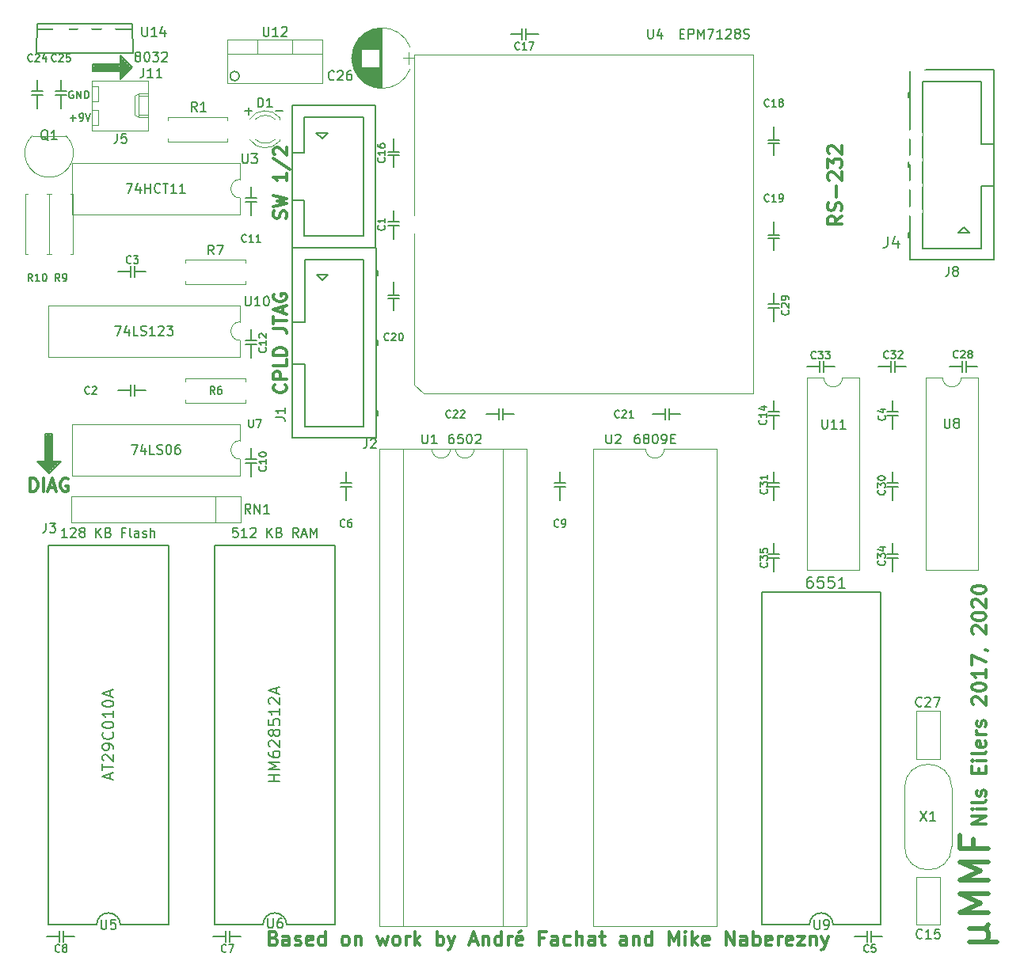
<source format=gbr>
%TF.GenerationSoftware,KiCad,Pcbnew,5.1.5*%
%TF.CreationDate,2020-05-07T22:51:20+02:00*%
%TF.ProjectId,superpet,73757065-7270-4657-942e-6b696361645f,rev?*%
%TF.SameCoordinates,PX2edf448PY2f17140*%
%TF.FileFunction,Legend,Top*%
%TF.FilePolarity,Positive*%
%FSLAX46Y46*%
G04 Gerber Fmt 4.6, Leading zero omitted, Abs format (unit mm)*
G04 Created by KiCad (PCBNEW 5.1.5) date 2020-05-07 22:51:20*
%MOMM*%
%LPD*%
G04 APERTURE LIST*
%ADD10C,0.150000*%
%ADD11C,0.300000*%
%ADD12C,0.500000*%
%ADD13C,0.200000*%
%ADD14C,0.120000*%
%ADD15R,1.422400X1.422400*%
%ADD16O,1.422400X1.422400*%
%ADD17C,5.000000*%
%ADD18O,1.800000X1.800000*%
%ADD19R,1.800000X1.800000*%
%ADD20C,3.810000*%
%ADD21R,1.520000X1.520000*%
%ADD22C,1.520000*%
%ADD23C,1.422400*%
%ADD24R,1.700000X1.700000*%
%ADD25C,1.700000*%
%ADD26C,1.400000*%
%ADD27C,1.500000*%
%ADD28R,2.600000X2.000000*%
%ADD29O,2.600000X2.000000*%
%ADD30C,1.600000*%
%ADD31O,1.600000X1.600000*%
%ADD32C,2.200000*%
%ADD33O,1.700000X1.700000*%
G04 APERTURE END LIST*
D10*
X31496000Y-11963400D02*
X32131000Y-12598400D01*
X32766000Y-11963400D02*
X31496000Y-11963400D01*
X32131000Y-12598400D02*
X32766000Y-11963400D01*
X27178047Y-9621828D02*
X27939952Y-9621828D01*
X23876047Y-9621828D02*
X24637952Y-9621828D01*
X24257000Y-10002780D02*
X24257000Y-9240876D01*
D11*
X28252666Y-21097400D02*
X28319333Y-20897400D01*
X28319333Y-20564066D01*
X28252666Y-20430733D01*
X28186000Y-20364066D01*
X28052666Y-20297400D01*
X27919333Y-20297400D01*
X27786000Y-20364066D01*
X27719333Y-20430733D01*
X27652666Y-20564066D01*
X27586000Y-20830733D01*
X27519333Y-20964066D01*
X27452666Y-21030733D01*
X27319333Y-21097400D01*
X27186000Y-21097400D01*
X27052666Y-21030733D01*
X26986000Y-20964066D01*
X26919333Y-20830733D01*
X26919333Y-20497400D01*
X26986000Y-20297400D01*
X26919333Y-19830733D02*
X28319333Y-19497400D01*
X27319333Y-19230733D01*
X28319333Y-18964066D01*
X26919333Y-18630733D01*
X28319333Y-16297400D02*
X28319333Y-17097400D01*
X28319333Y-16697400D02*
X26919333Y-16697400D01*
X27119333Y-16830733D01*
X27252666Y-16964066D01*
X27319333Y-17097400D01*
X26852666Y-14697400D02*
X28652666Y-15897400D01*
X27052666Y-14297400D02*
X26986000Y-14230733D01*
X26919333Y-14097400D01*
X26919333Y-13764066D01*
X26986000Y-13630733D01*
X27052666Y-13564066D01*
X27186000Y-13497400D01*
X27319333Y-13497400D01*
X27519333Y-13564066D01*
X28319333Y-14364066D01*
X28319333Y-13497400D01*
D10*
X28956000Y-14122400D02*
X28956000Y-19202400D01*
X28956000Y-19202400D02*
X28956000Y-24282400D01*
X30226000Y-19202400D02*
X28956000Y-19202400D01*
X30226000Y-23012400D02*
X30226000Y-19202400D01*
X36576000Y-23012400D02*
X30226000Y-23012400D01*
X36576000Y-10312400D02*
X36576000Y-23012400D01*
X30226000Y-10312400D02*
X36576000Y-10312400D01*
X30226000Y-14122400D02*
X30226000Y-10312400D01*
X28956000Y-14122400D02*
X30226000Y-14122400D01*
X28956000Y-9042400D02*
X28956000Y-14122400D01*
X37846000Y-9042400D02*
X28956000Y-9042400D01*
X37846000Y-24282400D02*
X37846000Y-9042400D01*
D12*
X101308142Y-98493828D02*
X104308142Y-98493828D01*
X102879571Y-97065257D02*
X103165285Y-96922400D01*
X103308142Y-96636685D01*
X102879571Y-98493828D02*
X103165285Y-98350971D01*
X103308142Y-98065257D01*
X103308142Y-97493828D01*
X103165285Y-97208114D01*
X102879571Y-97065257D01*
X101308142Y-97065257D01*
X103308142Y-95350971D02*
X100308142Y-95350971D01*
X102451000Y-94350971D01*
X100308142Y-93350971D01*
X103308142Y-93350971D01*
X103308142Y-91922400D02*
X100308142Y-91922400D01*
X102451000Y-90922400D01*
X100308142Y-89922400D01*
X103308142Y-89922400D01*
X101736714Y-87493828D02*
X101736714Y-88493828D01*
X103308142Y-88493828D02*
X100308142Y-88493828D01*
X100308142Y-87065257D01*
D10*
X5486476Y-7499400D02*
X5410285Y-7461304D01*
X5296000Y-7461304D01*
X5181714Y-7499400D01*
X5105523Y-7575590D01*
X5067428Y-7651780D01*
X5029333Y-7804161D01*
X5029333Y-7918447D01*
X5067428Y-8070828D01*
X5105523Y-8147019D01*
X5181714Y-8223209D01*
X5296000Y-8261304D01*
X5372190Y-8261304D01*
X5486476Y-8223209D01*
X5524571Y-8185114D01*
X5524571Y-7918447D01*
X5372190Y-7918447D01*
X5867428Y-8261304D02*
X5867428Y-7461304D01*
X6324571Y-8261304D01*
X6324571Y-7461304D01*
X6705523Y-8261304D02*
X6705523Y-7461304D01*
X6896000Y-7461304D01*
X7010285Y-7499400D01*
X7086476Y-7575590D01*
X7124571Y-7651780D01*
X7162666Y-7804161D01*
X7162666Y-7918447D01*
X7124571Y-8070828D01*
X7086476Y-8147019D01*
X7010285Y-8223209D01*
X6896000Y-8261304D01*
X6705523Y-8261304D01*
X5194428Y-10369542D02*
X5803952Y-10369542D01*
X5499190Y-10674304D02*
X5499190Y-10064780D01*
X6223000Y-10674304D02*
X6375380Y-10674304D01*
X6451571Y-10636209D01*
X6489666Y-10598114D01*
X6565857Y-10483828D01*
X6603952Y-10331447D01*
X6603952Y-10026685D01*
X6565857Y-9950495D01*
X6527761Y-9912400D01*
X6451571Y-9874304D01*
X6299190Y-9874304D01*
X6223000Y-9912400D01*
X6184904Y-9950495D01*
X6146809Y-10026685D01*
X6146809Y-10217161D01*
X6184904Y-10293352D01*
X6223000Y-10331447D01*
X6299190Y-10369542D01*
X6451571Y-10369542D01*
X6527761Y-10331447D01*
X6565857Y-10293352D01*
X6603952Y-10217161D01*
X6832523Y-9874304D02*
X7099190Y-10674304D01*
X7365857Y-9874304D01*
X23257431Y-5883830D02*
G75*
G03X23257431Y-5883830I-499031J0D01*
G01*
D11*
X103079571Y-85886685D02*
X101579571Y-85886685D01*
X103079571Y-85029542D01*
X101579571Y-85029542D01*
X103079571Y-84315257D02*
X102079571Y-84315257D01*
X101579571Y-84315257D02*
X101651000Y-84386685D01*
X101722428Y-84315257D01*
X101651000Y-84243828D01*
X101579571Y-84315257D01*
X101722428Y-84315257D01*
X103079571Y-83386685D02*
X103008142Y-83529542D01*
X102865285Y-83600971D01*
X101579571Y-83600971D01*
X103008142Y-82886685D02*
X103079571Y-82743828D01*
X103079571Y-82458114D01*
X103008142Y-82315257D01*
X102865285Y-82243828D01*
X102793857Y-82243828D01*
X102651000Y-82315257D01*
X102579571Y-82458114D01*
X102579571Y-82672400D01*
X102508142Y-82815257D01*
X102365285Y-82886685D01*
X102293857Y-82886685D01*
X102151000Y-82815257D01*
X102079571Y-82672400D01*
X102079571Y-82458114D01*
X102151000Y-82315257D01*
X102293857Y-80458114D02*
X102293857Y-79958114D01*
X103079571Y-79743828D02*
X103079571Y-80458114D01*
X101579571Y-80458114D01*
X101579571Y-79743828D01*
X103079571Y-79100971D02*
X102079571Y-79100971D01*
X101579571Y-79100971D02*
X101651000Y-79172400D01*
X101722428Y-79100971D01*
X101651000Y-79029542D01*
X101579571Y-79100971D01*
X101722428Y-79100971D01*
X103079571Y-78172400D02*
X103008142Y-78315257D01*
X102865285Y-78386685D01*
X101579571Y-78386685D01*
X103008142Y-77029542D02*
X103079571Y-77172400D01*
X103079571Y-77458114D01*
X103008142Y-77600971D01*
X102865285Y-77672400D01*
X102293857Y-77672400D01*
X102151000Y-77600971D01*
X102079571Y-77458114D01*
X102079571Y-77172400D01*
X102151000Y-77029542D01*
X102293857Y-76958114D01*
X102436714Y-76958114D01*
X102579571Y-77672400D01*
X103079571Y-76315257D02*
X102079571Y-76315257D01*
X102365285Y-76315257D02*
X102222428Y-76243828D01*
X102151000Y-76172400D01*
X102079571Y-76029542D01*
X102079571Y-75886685D01*
X103008142Y-75458114D02*
X103079571Y-75315257D01*
X103079571Y-75029542D01*
X103008142Y-74886685D01*
X102865285Y-74815257D01*
X102793857Y-74815257D01*
X102651000Y-74886685D01*
X102579571Y-75029542D01*
X102579571Y-75243828D01*
X102508142Y-75386685D01*
X102365285Y-75458114D01*
X102293857Y-75458114D01*
X102151000Y-75386685D01*
X102079571Y-75243828D01*
X102079571Y-75029542D01*
X102151000Y-74886685D01*
X101722428Y-73100971D02*
X101651000Y-73029542D01*
X101579571Y-72886685D01*
X101579571Y-72529542D01*
X101651000Y-72386685D01*
X101722428Y-72315257D01*
X101865285Y-72243828D01*
X102008142Y-72243828D01*
X102222428Y-72315257D01*
X103079571Y-73172400D01*
X103079571Y-72243828D01*
X101579571Y-71315257D02*
X101579571Y-71172400D01*
X101651000Y-71029542D01*
X101722428Y-70958114D01*
X101865285Y-70886685D01*
X102151000Y-70815257D01*
X102508142Y-70815257D01*
X102793857Y-70886685D01*
X102936714Y-70958114D01*
X103008142Y-71029542D01*
X103079571Y-71172400D01*
X103079571Y-71315257D01*
X103008142Y-71458114D01*
X102936714Y-71529542D01*
X102793857Y-71600971D01*
X102508142Y-71672400D01*
X102151000Y-71672400D01*
X101865285Y-71600971D01*
X101722428Y-71529542D01*
X101651000Y-71458114D01*
X101579571Y-71315257D01*
X103079571Y-69386685D02*
X103079571Y-70243828D01*
X103079571Y-69815257D02*
X101579571Y-69815257D01*
X101793857Y-69958114D01*
X101936714Y-70100971D01*
X102008142Y-70243828D01*
X101579571Y-68886685D02*
X101579571Y-67886685D01*
X103079571Y-68529542D01*
X103008142Y-67243828D02*
X103079571Y-67243828D01*
X103222428Y-67315257D01*
X103293857Y-67386685D01*
X101722428Y-65529542D02*
X101651000Y-65458114D01*
X101579571Y-65315257D01*
X101579571Y-64958114D01*
X101651000Y-64815257D01*
X101722428Y-64743828D01*
X101865285Y-64672400D01*
X102008142Y-64672400D01*
X102222428Y-64743828D01*
X103079571Y-65600971D01*
X103079571Y-64672400D01*
X101579571Y-63743828D02*
X101579571Y-63600971D01*
X101651000Y-63458114D01*
X101722428Y-63386685D01*
X101865285Y-63315257D01*
X102151000Y-63243828D01*
X102508142Y-63243828D01*
X102793857Y-63315257D01*
X102936714Y-63386685D01*
X103008142Y-63458114D01*
X103079571Y-63600971D01*
X103079571Y-63743828D01*
X103008142Y-63886685D01*
X102936714Y-63958114D01*
X102793857Y-64029542D01*
X102508142Y-64100971D01*
X102151000Y-64100971D01*
X101865285Y-64029542D01*
X101722428Y-63958114D01*
X101651000Y-63886685D01*
X101579571Y-63743828D01*
X101722428Y-62672400D02*
X101651000Y-62600971D01*
X101579571Y-62458114D01*
X101579571Y-62100971D01*
X101651000Y-61958114D01*
X101722428Y-61886685D01*
X101865285Y-61815257D01*
X102008142Y-61815257D01*
X102222428Y-61886685D01*
X103079571Y-62743828D01*
X103079571Y-61815257D01*
X101579571Y-60886685D02*
X101579571Y-60743828D01*
X101651000Y-60600971D01*
X101722428Y-60529542D01*
X101865285Y-60458114D01*
X102151000Y-60386685D01*
X102508142Y-60386685D01*
X102793857Y-60458114D01*
X102936714Y-60529542D01*
X103008142Y-60600971D01*
X103079571Y-60743828D01*
X103079571Y-60886685D01*
X103008142Y-61029542D01*
X102936714Y-61100971D01*
X102793857Y-61172400D01*
X102508142Y-61243828D01*
X102151000Y-61243828D01*
X101865285Y-61172400D01*
X101722428Y-61100971D01*
X101651000Y-61029542D01*
X101579571Y-60886685D01*
X26939571Y-98089257D02*
X27153857Y-98160685D01*
X27225285Y-98232114D01*
X27296714Y-98374971D01*
X27296714Y-98589257D01*
X27225285Y-98732114D01*
X27153857Y-98803542D01*
X27011000Y-98874971D01*
X26439571Y-98874971D01*
X26439571Y-97374971D01*
X26939571Y-97374971D01*
X27082428Y-97446400D01*
X27153857Y-97517828D01*
X27225285Y-97660685D01*
X27225285Y-97803542D01*
X27153857Y-97946400D01*
X27082428Y-98017828D01*
X26939571Y-98089257D01*
X26439571Y-98089257D01*
X28582428Y-98874971D02*
X28582428Y-98089257D01*
X28511000Y-97946400D01*
X28368142Y-97874971D01*
X28082428Y-97874971D01*
X27939571Y-97946400D01*
X28582428Y-98803542D02*
X28439571Y-98874971D01*
X28082428Y-98874971D01*
X27939571Y-98803542D01*
X27868142Y-98660685D01*
X27868142Y-98517828D01*
X27939571Y-98374971D01*
X28082428Y-98303542D01*
X28439571Y-98303542D01*
X28582428Y-98232114D01*
X29225285Y-98803542D02*
X29368142Y-98874971D01*
X29653857Y-98874971D01*
X29796714Y-98803542D01*
X29868142Y-98660685D01*
X29868142Y-98589257D01*
X29796714Y-98446400D01*
X29653857Y-98374971D01*
X29439571Y-98374971D01*
X29296714Y-98303542D01*
X29225285Y-98160685D01*
X29225285Y-98089257D01*
X29296714Y-97946400D01*
X29439571Y-97874971D01*
X29653857Y-97874971D01*
X29796714Y-97946400D01*
X31082428Y-98803542D02*
X30939571Y-98874971D01*
X30653857Y-98874971D01*
X30511000Y-98803542D01*
X30439571Y-98660685D01*
X30439571Y-98089257D01*
X30511000Y-97946400D01*
X30653857Y-97874971D01*
X30939571Y-97874971D01*
X31082428Y-97946400D01*
X31153857Y-98089257D01*
X31153857Y-98232114D01*
X30439571Y-98374971D01*
X32439571Y-98874971D02*
X32439571Y-97374971D01*
X32439571Y-98803542D02*
X32296714Y-98874971D01*
X32011000Y-98874971D01*
X31868142Y-98803542D01*
X31796714Y-98732114D01*
X31725285Y-98589257D01*
X31725285Y-98160685D01*
X31796714Y-98017828D01*
X31868142Y-97946400D01*
X32011000Y-97874971D01*
X32296714Y-97874971D01*
X32439571Y-97946400D01*
X34511000Y-98874971D02*
X34368142Y-98803542D01*
X34296714Y-98732114D01*
X34225285Y-98589257D01*
X34225285Y-98160685D01*
X34296714Y-98017828D01*
X34368142Y-97946400D01*
X34511000Y-97874971D01*
X34725285Y-97874971D01*
X34868142Y-97946400D01*
X34939571Y-98017828D01*
X35011000Y-98160685D01*
X35011000Y-98589257D01*
X34939571Y-98732114D01*
X34868142Y-98803542D01*
X34725285Y-98874971D01*
X34511000Y-98874971D01*
X35653857Y-97874971D02*
X35653857Y-98874971D01*
X35653857Y-98017828D02*
X35725285Y-97946400D01*
X35868142Y-97874971D01*
X36082428Y-97874971D01*
X36225285Y-97946400D01*
X36296714Y-98089257D01*
X36296714Y-98874971D01*
X38011000Y-97874971D02*
X38296714Y-98874971D01*
X38582428Y-98160685D01*
X38868142Y-98874971D01*
X39153857Y-97874971D01*
X39939571Y-98874971D02*
X39796714Y-98803542D01*
X39725285Y-98732114D01*
X39653857Y-98589257D01*
X39653857Y-98160685D01*
X39725285Y-98017828D01*
X39796714Y-97946400D01*
X39939571Y-97874971D01*
X40153857Y-97874971D01*
X40296714Y-97946400D01*
X40368142Y-98017828D01*
X40439571Y-98160685D01*
X40439571Y-98589257D01*
X40368142Y-98732114D01*
X40296714Y-98803542D01*
X40153857Y-98874971D01*
X39939571Y-98874971D01*
X41082428Y-98874971D02*
X41082428Y-97874971D01*
X41082428Y-98160685D02*
X41153857Y-98017828D01*
X41225285Y-97946400D01*
X41368142Y-97874971D01*
X41511000Y-97874971D01*
X42011000Y-98874971D02*
X42011000Y-97374971D01*
X42153857Y-98303542D02*
X42582428Y-98874971D01*
X42582428Y-97874971D02*
X42011000Y-98446400D01*
X44368142Y-98874971D02*
X44368142Y-97374971D01*
X44368142Y-97946400D02*
X44511000Y-97874971D01*
X44796714Y-97874971D01*
X44939571Y-97946400D01*
X45011000Y-98017828D01*
X45082428Y-98160685D01*
X45082428Y-98589257D01*
X45011000Y-98732114D01*
X44939571Y-98803542D01*
X44796714Y-98874971D01*
X44511000Y-98874971D01*
X44368142Y-98803542D01*
X45582428Y-97874971D02*
X45939571Y-98874971D01*
X46296714Y-97874971D02*
X45939571Y-98874971D01*
X45796714Y-99232114D01*
X45725285Y-99303542D01*
X45582428Y-99374971D01*
X47939571Y-98446400D02*
X48653857Y-98446400D01*
X47796714Y-98874971D02*
X48296714Y-97374971D01*
X48796714Y-98874971D01*
X49296714Y-97874971D02*
X49296714Y-98874971D01*
X49296714Y-98017828D02*
X49368142Y-97946400D01*
X49511000Y-97874971D01*
X49725285Y-97874971D01*
X49868142Y-97946400D01*
X49939571Y-98089257D01*
X49939571Y-98874971D01*
X51296714Y-98874971D02*
X51296714Y-97374971D01*
X51296714Y-98803542D02*
X51153857Y-98874971D01*
X50868142Y-98874971D01*
X50725285Y-98803542D01*
X50653857Y-98732114D01*
X50582428Y-98589257D01*
X50582428Y-98160685D01*
X50653857Y-98017828D01*
X50725285Y-97946400D01*
X50868142Y-97874971D01*
X51153857Y-97874971D01*
X51296714Y-97946400D01*
X52011000Y-98874971D02*
X52011000Y-97874971D01*
X52011000Y-98160685D02*
X52082428Y-98017828D01*
X52153857Y-97946400D01*
X52296714Y-97874971D01*
X52439571Y-97874971D01*
X53511000Y-98803542D02*
X53368142Y-98874971D01*
X53082428Y-98874971D01*
X52939571Y-98803542D01*
X52868142Y-98660685D01*
X52868142Y-98089257D01*
X52939571Y-97946400D01*
X53082428Y-97874971D01*
X53368142Y-97874971D01*
X53511000Y-97946400D01*
X53582428Y-98089257D01*
X53582428Y-98232114D01*
X52868142Y-98374971D01*
X53368142Y-97303542D02*
X53153857Y-97517828D01*
X55868142Y-98089257D02*
X55368142Y-98089257D01*
X55368142Y-98874971D02*
X55368142Y-97374971D01*
X56082428Y-97374971D01*
X57296714Y-98874971D02*
X57296714Y-98089257D01*
X57225285Y-97946400D01*
X57082428Y-97874971D01*
X56796714Y-97874971D01*
X56653857Y-97946400D01*
X57296714Y-98803542D02*
X57153857Y-98874971D01*
X56796714Y-98874971D01*
X56653857Y-98803542D01*
X56582428Y-98660685D01*
X56582428Y-98517828D01*
X56653857Y-98374971D01*
X56796714Y-98303542D01*
X57153857Y-98303542D01*
X57296714Y-98232114D01*
X58653857Y-98803542D02*
X58511000Y-98874971D01*
X58225285Y-98874971D01*
X58082428Y-98803542D01*
X58011000Y-98732114D01*
X57939571Y-98589257D01*
X57939571Y-98160685D01*
X58011000Y-98017828D01*
X58082428Y-97946400D01*
X58225285Y-97874971D01*
X58511000Y-97874971D01*
X58653857Y-97946400D01*
X59296714Y-98874971D02*
X59296714Y-97374971D01*
X59939571Y-98874971D02*
X59939571Y-98089257D01*
X59868142Y-97946400D01*
X59725285Y-97874971D01*
X59511000Y-97874971D01*
X59368142Y-97946400D01*
X59296714Y-98017828D01*
X61296714Y-98874971D02*
X61296714Y-98089257D01*
X61225285Y-97946400D01*
X61082428Y-97874971D01*
X60796714Y-97874971D01*
X60653857Y-97946400D01*
X61296714Y-98803542D02*
X61153857Y-98874971D01*
X60796714Y-98874971D01*
X60653857Y-98803542D01*
X60582428Y-98660685D01*
X60582428Y-98517828D01*
X60653857Y-98374971D01*
X60796714Y-98303542D01*
X61153857Y-98303542D01*
X61296714Y-98232114D01*
X61796714Y-97874971D02*
X62368142Y-97874971D01*
X62011000Y-97374971D02*
X62011000Y-98660685D01*
X62082428Y-98803542D01*
X62225285Y-98874971D01*
X62368142Y-98874971D01*
X64653857Y-98874971D02*
X64653857Y-98089257D01*
X64582428Y-97946400D01*
X64439571Y-97874971D01*
X64153857Y-97874971D01*
X64011000Y-97946400D01*
X64653857Y-98803542D02*
X64511000Y-98874971D01*
X64153857Y-98874971D01*
X64011000Y-98803542D01*
X63939571Y-98660685D01*
X63939571Y-98517828D01*
X64011000Y-98374971D01*
X64153857Y-98303542D01*
X64511000Y-98303542D01*
X64653857Y-98232114D01*
X65368142Y-97874971D02*
X65368142Y-98874971D01*
X65368142Y-98017828D02*
X65439571Y-97946400D01*
X65582428Y-97874971D01*
X65796714Y-97874971D01*
X65939571Y-97946400D01*
X66011000Y-98089257D01*
X66011000Y-98874971D01*
X67368142Y-98874971D02*
X67368142Y-97374971D01*
X67368142Y-98803542D02*
X67225285Y-98874971D01*
X66939571Y-98874971D01*
X66796714Y-98803542D01*
X66725285Y-98732114D01*
X66653857Y-98589257D01*
X66653857Y-98160685D01*
X66725285Y-98017828D01*
X66796714Y-97946400D01*
X66939571Y-97874971D01*
X67225285Y-97874971D01*
X67368142Y-97946400D01*
X69225285Y-98874971D02*
X69225285Y-97374971D01*
X69725285Y-98446400D01*
X70225285Y-97374971D01*
X70225285Y-98874971D01*
X70939571Y-98874971D02*
X70939571Y-97874971D01*
X70939571Y-97374971D02*
X70868142Y-97446400D01*
X70939571Y-97517828D01*
X71011000Y-97446400D01*
X70939571Y-97374971D01*
X70939571Y-97517828D01*
X71653857Y-98874971D02*
X71653857Y-97374971D01*
X71796714Y-98303542D02*
X72225285Y-98874971D01*
X72225285Y-97874971D02*
X71653857Y-98446400D01*
X73439571Y-98803542D02*
X73296714Y-98874971D01*
X73011000Y-98874971D01*
X72868142Y-98803542D01*
X72796714Y-98660685D01*
X72796714Y-98089257D01*
X72868142Y-97946400D01*
X73011000Y-97874971D01*
X73296714Y-97874971D01*
X73439571Y-97946400D01*
X73511000Y-98089257D01*
X73511000Y-98232114D01*
X72796714Y-98374971D01*
X75296714Y-98874971D02*
X75296714Y-97374971D01*
X76153857Y-98874971D01*
X76153857Y-97374971D01*
X77511000Y-98874971D02*
X77511000Y-98089257D01*
X77439571Y-97946400D01*
X77296714Y-97874971D01*
X77011000Y-97874971D01*
X76868142Y-97946400D01*
X77511000Y-98803542D02*
X77368142Y-98874971D01*
X77011000Y-98874971D01*
X76868142Y-98803542D01*
X76796714Y-98660685D01*
X76796714Y-98517828D01*
X76868142Y-98374971D01*
X77011000Y-98303542D01*
X77368142Y-98303542D01*
X77511000Y-98232114D01*
X78225285Y-98874971D02*
X78225285Y-97374971D01*
X78225285Y-97946400D02*
X78368142Y-97874971D01*
X78653857Y-97874971D01*
X78796714Y-97946400D01*
X78868142Y-98017828D01*
X78939571Y-98160685D01*
X78939571Y-98589257D01*
X78868142Y-98732114D01*
X78796714Y-98803542D01*
X78653857Y-98874971D01*
X78368142Y-98874971D01*
X78225285Y-98803542D01*
X80153857Y-98803542D02*
X80011000Y-98874971D01*
X79725285Y-98874971D01*
X79582428Y-98803542D01*
X79511000Y-98660685D01*
X79511000Y-98089257D01*
X79582428Y-97946400D01*
X79725285Y-97874971D01*
X80011000Y-97874971D01*
X80153857Y-97946400D01*
X80225285Y-98089257D01*
X80225285Y-98232114D01*
X79511000Y-98374971D01*
X80868142Y-98874971D02*
X80868142Y-97874971D01*
X80868142Y-98160685D02*
X80939571Y-98017828D01*
X81011000Y-97946400D01*
X81153857Y-97874971D01*
X81296714Y-97874971D01*
X82368142Y-98803542D02*
X82225285Y-98874971D01*
X81939571Y-98874971D01*
X81796714Y-98803542D01*
X81725285Y-98660685D01*
X81725285Y-98089257D01*
X81796714Y-97946400D01*
X81939571Y-97874971D01*
X82225285Y-97874971D01*
X82368142Y-97946400D01*
X82439571Y-98089257D01*
X82439571Y-98232114D01*
X81725285Y-98374971D01*
X82939571Y-97874971D02*
X83725285Y-97874971D01*
X82939571Y-98874971D01*
X83725285Y-98874971D01*
X84296714Y-97874971D02*
X84296714Y-98874971D01*
X84296714Y-98017828D02*
X84368142Y-97946400D01*
X84511000Y-97874971D01*
X84725285Y-97874971D01*
X84868142Y-97946400D01*
X84939571Y-98089257D01*
X84939571Y-98874971D01*
X85511000Y-97874971D02*
X85868142Y-98874971D01*
X86225285Y-97874971D02*
X85868142Y-98874971D01*
X85725285Y-99232114D01*
X85653857Y-99303542D01*
X85511000Y-99374971D01*
D13*
X3418462Y-47707282D02*
X2402462Y-47707282D01*
X3291462Y-47834282D02*
X2529462Y-47834282D01*
X3164462Y-47961282D02*
X2656462Y-47961282D01*
X3799462Y-47326282D02*
X2021462Y-47326282D01*
X3545462Y-47580282D02*
X2275462Y-47580282D01*
X3926462Y-47199282D02*
X1894462Y-47199282D01*
X3672462Y-47453282D02*
X2148462Y-47453282D01*
X2656462Y-44278282D02*
X3037462Y-44278282D01*
X2656462Y-47072282D02*
X2656462Y-44278282D01*
X2910462Y-44405282D02*
X2910462Y-46945282D01*
X3037462Y-44278282D02*
X3037462Y-46945282D01*
X2783462Y-44405282D02*
X2910462Y-44405282D01*
X2783462Y-46945282D02*
X2783462Y-44405282D01*
X3164462Y-44151282D02*
X3164462Y-47072282D01*
X2529462Y-44151282D02*
X2529462Y-47072282D01*
X3672462Y-47072282D02*
X3545462Y-47072282D01*
X4180462Y-47072282D02*
X3672462Y-47072282D01*
X2910462Y-48342282D02*
X4180462Y-47072282D01*
X3545462Y-47072282D02*
X3291462Y-47072282D01*
X3037462Y-48088282D02*
X2783462Y-48088282D01*
X1640462Y-47072282D02*
X2529462Y-47072282D01*
X2910462Y-48342282D02*
X1640462Y-47072282D01*
X2783462Y-48088282D02*
X2910462Y-48215282D01*
X3291462Y-47072282D02*
X3291462Y-44151282D01*
X3037462Y-46945282D02*
X2783462Y-46945282D01*
X3164462Y-47072282D02*
X2656462Y-47072282D01*
X3291462Y-44151282D02*
X2529462Y-44151282D01*
X11811000Y-4978400D02*
X10541000Y-6248400D01*
X10541000Y-6248400D02*
X10541000Y-5359400D01*
X7874000Y-5105400D02*
X7874000Y-4978400D01*
X7747000Y-5232400D02*
X7747000Y-4851400D01*
X7620000Y-4724400D02*
X10541000Y-4724400D01*
X7620000Y-4597400D02*
X7620000Y-5359400D01*
X10414000Y-5105400D02*
X7874000Y-5105400D01*
X7874000Y-4978400D02*
X10414000Y-4978400D01*
X10414000Y-4851400D02*
X10414000Y-5105400D01*
X7747000Y-4851400D02*
X10414000Y-4851400D01*
X10541000Y-5232400D02*
X7747000Y-5232400D01*
X7620000Y-5359400D02*
X10541000Y-5359400D01*
X10668000Y-3962400D02*
X10668000Y-5994400D01*
X10795000Y-4089400D02*
X10795000Y-5867400D01*
X11176000Y-4470400D02*
X11176000Y-5486400D01*
X11049000Y-4343400D02*
X11049000Y-5613400D01*
X10922000Y-4216400D02*
X10922000Y-5740400D01*
X10541000Y-4597400D02*
X7620000Y-4597400D01*
X10541000Y-3708400D02*
X10541000Y-4216400D01*
X10541000Y-4216400D02*
X10541000Y-4343400D01*
X10541000Y-4343400D02*
X10541000Y-4597400D01*
X10541000Y-4724400D02*
X10541000Y-5232400D01*
X11557000Y-5105400D02*
X11684000Y-4978400D01*
X11557000Y-4851400D02*
X11557000Y-5105400D01*
X11430000Y-4724400D02*
X11430000Y-5232400D01*
X11303000Y-4597400D02*
X11303000Y-5359400D01*
X11811000Y-4978400D02*
X10541000Y-3708400D01*
D11*
X87673571Y-20872828D02*
X86959285Y-21372828D01*
X87673571Y-21729971D02*
X86173571Y-21729971D01*
X86173571Y-21158542D01*
X86245000Y-21015685D01*
X86316428Y-20944257D01*
X86459285Y-20872828D01*
X86673571Y-20872828D01*
X86816428Y-20944257D01*
X86887857Y-21015685D01*
X86959285Y-21158542D01*
X86959285Y-21729971D01*
X87602142Y-20301400D02*
X87673571Y-20087114D01*
X87673571Y-19729971D01*
X87602142Y-19587114D01*
X87530714Y-19515685D01*
X87387857Y-19444257D01*
X87245000Y-19444257D01*
X87102142Y-19515685D01*
X87030714Y-19587114D01*
X86959285Y-19729971D01*
X86887857Y-20015685D01*
X86816428Y-20158542D01*
X86745000Y-20229971D01*
X86602142Y-20301400D01*
X86459285Y-20301400D01*
X86316428Y-20229971D01*
X86245000Y-20158542D01*
X86173571Y-20015685D01*
X86173571Y-19658542D01*
X86245000Y-19444257D01*
X87102142Y-18801400D02*
X87102142Y-17658542D01*
X86316428Y-17015685D02*
X86245000Y-16944257D01*
X86173571Y-16801400D01*
X86173571Y-16444257D01*
X86245000Y-16301400D01*
X86316428Y-16229971D01*
X86459285Y-16158542D01*
X86602142Y-16158542D01*
X86816428Y-16229971D01*
X87673571Y-17087114D01*
X87673571Y-16158542D01*
X86173571Y-15658542D02*
X86173571Y-14729971D01*
X86745000Y-15229971D01*
X86745000Y-15015685D01*
X86816428Y-14872828D01*
X86887857Y-14801400D01*
X87030714Y-14729971D01*
X87387857Y-14729971D01*
X87530714Y-14801400D01*
X87602142Y-14872828D01*
X87673571Y-15015685D01*
X87673571Y-15444257D01*
X87602142Y-15587114D01*
X87530714Y-15658542D01*
X86316428Y-14158542D02*
X86245000Y-14087114D01*
X86173571Y-13944257D01*
X86173571Y-13587114D01*
X86245000Y-13444257D01*
X86316428Y-13372828D01*
X86459285Y-13301400D01*
X86602142Y-13301400D01*
X86816428Y-13372828D01*
X87673571Y-14229971D01*
X87673571Y-13301400D01*
D10*
X23074809Y-54214780D02*
X22598619Y-54214780D01*
X22551000Y-54690971D01*
X22598619Y-54643352D01*
X22693857Y-54595733D01*
X22931952Y-54595733D01*
X23027190Y-54643352D01*
X23074809Y-54690971D01*
X23122428Y-54786209D01*
X23122428Y-55024304D01*
X23074809Y-55119542D01*
X23027190Y-55167161D01*
X22931952Y-55214780D01*
X22693857Y-55214780D01*
X22598619Y-55167161D01*
X22551000Y-55119542D01*
X24074809Y-55214780D02*
X23503380Y-55214780D01*
X23789095Y-55214780D02*
X23789095Y-54214780D01*
X23693857Y-54357638D01*
X23598619Y-54452876D01*
X23503380Y-54500495D01*
X24455761Y-54310019D02*
X24503380Y-54262400D01*
X24598619Y-54214780D01*
X24836714Y-54214780D01*
X24931952Y-54262400D01*
X24979571Y-54310019D01*
X25027190Y-54405257D01*
X25027190Y-54500495D01*
X24979571Y-54643352D01*
X24408142Y-55214780D01*
X25027190Y-55214780D01*
X26217666Y-55214780D02*
X26217666Y-54214780D01*
X26789095Y-55214780D02*
X26360523Y-54643352D01*
X26789095Y-54214780D02*
X26217666Y-54786209D01*
X27551000Y-54690971D02*
X27693857Y-54738590D01*
X27741476Y-54786209D01*
X27789095Y-54881447D01*
X27789095Y-55024304D01*
X27741476Y-55119542D01*
X27693857Y-55167161D01*
X27598619Y-55214780D01*
X27217666Y-55214780D01*
X27217666Y-54214780D01*
X27551000Y-54214780D01*
X27646238Y-54262400D01*
X27693857Y-54310019D01*
X27741476Y-54405257D01*
X27741476Y-54500495D01*
X27693857Y-54595733D01*
X27646238Y-54643352D01*
X27551000Y-54690971D01*
X27217666Y-54690971D01*
X29551000Y-55214780D02*
X29217666Y-54738590D01*
X28979571Y-55214780D02*
X28979571Y-54214780D01*
X29360523Y-54214780D01*
X29455761Y-54262400D01*
X29503380Y-54310019D01*
X29551000Y-54405257D01*
X29551000Y-54548114D01*
X29503380Y-54643352D01*
X29455761Y-54690971D01*
X29360523Y-54738590D01*
X28979571Y-54738590D01*
X29931952Y-54929066D02*
X30408142Y-54929066D01*
X29836714Y-55214780D02*
X30170047Y-54214780D01*
X30503380Y-55214780D01*
X30836714Y-55214780D02*
X30836714Y-54214780D01*
X31170047Y-54929066D01*
X31503380Y-54214780D01*
X31503380Y-55214780D01*
X4842428Y-55214780D02*
X4271000Y-55214780D01*
X4556714Y-55214780D02*
X4556714Y-54214780D01*
X4461476Y-54357638D01*
X4366238Y-54452876D01*
X4271000Y-54500495D01*
X5223380Y-54310019D02*
X5271000Y-54262400D01*
X5366238Y-54214780D01*
X5604333Y-54214780D01*
X5699571Y-54262400D01*
X5747190Y-54310019D01*
X5794809Y-54405257D01*
X5794809Y-54500495D01*
X5747190Y-54643352D01*
X5175761Y-55214780D01*
X5794809Y-55214780D01*
X6366238Y-54643352D02*
X6271000Y-54595733D01*
X6223380Y-54548114D01*
X6175761Y-54452876D01*
X6175761Y-54405257D01*
X6223380Y-54310019D01*
X6271000Y-54262400D01*
X6366238Y-54214780D01*
X6556714Y-54214780D01*
X6651952Y-54262400D01*
X6699571Y-54310019D01*
X6747190Y-54405257D01*
X6747190Y-54452876D01*
X6699571Y-54548114D01*
X6651952Y-54595733D01*
X6556714Y-54643352D01*
X6366238Y-54643352D01*
X6271000Y-54690971D01*
X6223380Y-54738590D01*
X6175761Y-54833828D01*
X6175761Y-55024304D01*
X6223380Y-55119542D01*
X6271000Y-55167161D01*
X6366238Y-55214780D01*
X6556714Y-55214780D01*
X6651952Y-55167161D01*
X6699571Y-55119542D01*
X6747190Y-55024304D01*
X6747190Y-54833828D01*
X6699571Y-54738590D01*
X6651952Y-54690971D01*
X6556714Y-54643352D01*
X7937666Y-55214780D02*
X7937666Y-54214780D01*
X8509095Y-55214780D02*
X8080523Y-54643352D01*
X8509095Y-54214780D02*
X7937666Y-54786209D01*
X9271000Y-54690971D02*
X9413857Y-54738590D01*
X9461476Y-54786209D01*
X9509095Y-54881447D01*
X9509095Y-55024304D01*
X9461476Y-55119542D01*
X9413857Y-55167161D01*
X9318619Y-55214780D01*
X8937666Y-55214780D01*
X8937666Y-54214780D01*
X9271000Y-54214780D01*
X9366238Y-54262400D01*
X9413857Y-54310019D01*
X9461476Y-54405257D01*
X9461476Y-54500495D01*
X9413857Y-54595733D01*
X9366238Y-54643352D01*
X9271000Y-54690971D01*
X8937666Y-54690971D01*
X11032904Y-54690971D02*
X10699571Y-54690971D01*
X10699571Y-55214780D02*
X10699571Y-54214780D01*
X11175761Y-54214780D01*
X11699571Y-55214780D02*
X11604333Y-55167161D01*
X11556714Y-55071923D01*
X11556714Y-54214780D01*
X12509095Y-55214780D02*
X12509095Y-54690971D01*
X12461476Y-54595733D01*
X12366238Y-54548114D01*
X12175761Y-54548114D01*
X12080523Y-54595733D01*
X12509095Y-55167161D02*
X12413857Y-55214780D01*
X12175761Y-55214780D01*
X12080523Y-55167161D01*
X12032904Y-55071923D01*
X12032904Y-54976685D01*
X12080523Y-54881447D01*
X12175761Y-54833828D01*
X12413857Y-54833828D01*
X12509095Y-54786209D01*
X12937666Y-55167161D02*
X13032904Y-55214780D01*
X13223380Y-55214780D01*
X13318619Y-55167161D01*
X13366238Y-55071923D01*
X13366238Y-55024304D01*
X13318619Y-54929066D01*
X13223380Y-54881447D01*
X13080523Y-54881447D01*
X12985285Y-54833828D01*
X12937666Y-54738590D01*
X12937666Y-54690971D01*
X12985285Y-54595733D01*
X13080523Y-54548114D01*
X13223380Y-54548114D01*
X13318619Y-54595733D01*
X13794809Y-55214780D02*
X13794809Y-54214780D01*
X14223380Y-55214780D02*
X14223380Y-54690971D01*
X14175761Y-54595733D01*
X14080523Y-54548114D01*
X13937666Y-54548114D01*
X13842428Y-54595733D01*
X13794809Y-54643352D01*
D11*
X921000Y-50315733D02*
X921000Y-48915733D01*
X1254333Y-48915733D01*
X1454333Y-48982400D01*
X1587666Y-49115733D01*
X1654333Y-49249066D01*
X1721000Y-49515733D01*
X1721000Y-49715733D01*
X1654333Y-49982400D01*
X1587666Y-50115733D01*
X1454333Y-50249066D01*
X1254333Y-50315733D01*
X921000Y-50315733D01*
X2321000Y-50315733D02*
X2321000Y-48915733D01*
X2921000Y-49915733D02*
X3587666Y-49915733D01*
X2787666Y-50315733D02*
X3254333Y-48915733D01*
X3721000Y-50315733D01*
X4921000Y-48982400D02*
X4787666Y-48915733D01*
X4587666Y-48915733D01*
X4387666Y-48982400D01*
X4254333Y-49115733D01*
X4187666Y-49249066D01*
X4121000Y-49515733D01*
X4121000Y-49715733D01*
X4187666Y-49982400D01*
X4254333Y-50115733D01*
X4387666Y-50249066D01*
X4587666Y-50315733D01*
X4721000Y-50315733D01*
X4921000Y-50249066D01*
X4987666Y-50182400D01*
X4987666Y-49715733D01*
X4721000Y-49715733D01*
X28186000Y-38875733D02*
X28252666Y-38942400D01*
X28319333Y-39142400D01*
X28319333Y-39275733D01*
X28252666Y-39475733D01*
X28119333Y-39609066D01*
X27986000Y-39675733D01*
X27719333Y-39742400D01*
X27519333Y-39742400D01*
X27252666Y-39675733D01*
X27119333Y-39609066D01*
X26986000Y-39475733D01*
X26919333Y-39275733D01*
X26919333Y-39142400D01*
X26986000Y-38942400D01*
X27052666Y-38875733D01*
X28319333Y-38275733D02*
X26919333Y-38275733D01*
X26919333Y-37742400D01*
X26986000Y-37609066D01*
X27052666Y-37542400D01*
X27186000Y-37475733D01*
X27386000Y-37475733D01*
X27519333Y-37542400D01*
X27586000Y-37609066D01*
X27652666Y-37742400D01*
X27652666Y-38275733D01*
X28319333Y-36209066D02*
X28319333Y-36875733D01*
X26919333Y-36875733D01*
X28319333Y-35742400D02*
X26919333Y-35742400D01*
X26919333Y-35409066D01*
X26986000Y-35209066D01*
X27119333Y-35075733D01*
X27252666Y-35009066D01*
X27519333Y-34942400D01*
X27719333Y-34942400D01*
X27986000Y-35009066D01*
X28119333Y-35075733D01*
X28252666Y-35209066D01*
X28319333Y-35409066D01*
X28319333Y-35742400D01*
X26919333Y-32875733D02*
X27919333Y-32875733D01*
X28119333Y-32942400D01*
X28252666Y-33075733D01*
X28319333Y-33275733D01*
X28319333Y-33409066D01*
X26919333Y-32409066D02*
X26919333Y-31609066D01*
X28319333Y-32009066D02*
X26919333Y-32009066D01*
X27919333Y-31209066D02*
X27919333Y-30542400D01*
X28319333Y-31342400D02*
X26919333Y-30875733D01*
X28319333Y-30409066D01*
X26986000Y-29209066D02*
X26919333Y-29342400D01*
X26919333Y-29542400D01*
X26986000Y-29742400D01*
X27119333Y-29875733D01*
X27252666Y-29942400D01*
X27519333Y-30009066D01*
X27719333Y-30009066D01*
X27986000Y-29942400D01*
X28119333Y-29875733D01*
X28252666Y-29742400D01*
X28319333Y-29542400D01*
X28319333Y-29409066D01*
X28252666Y-29209066D01*
X28186000Y-29142400D01*
X27719333Y-29142400D01*
X27719333Y-29409066D01*
D13*
X12319190Y-3755352D02*
X12223952Y-3707733D01*
X12176333Y-3660114D01*
X12128714Y-3564876D01*
X12128714Y-3517257D01*
X12176333Y-3422019D01*
X12223952Y-3374400D01*
X12319190Y-3326780D01*
X12509666Y-3326780D01*
X12604904Y-3374400D01*
X12652523Y-3422019D01*
X12700142Y-3517257D01*
X12700142Y-3564876D01*
X12652523Y-3660114D01*
X12604904Y-3707733D01*
X12509666Y-3755352D01*
X12319190Y-3755352D01*
X12223952Y-3802971D01*
X12176333Y-3850590D01*
X12128714Y-3945828D01*
X12128714Y-4136304D01*
X12176333Y-4231542D01*
X12223952Y-4279161D01*
X12319190Y-4326780D01*
X12509666Y-4326780D01*
X12604904Y-4279161D01*
X12652523Y-4231542D01*
X12700142Y-4136304D01*
X12700142Y-3945828D01*
X12652523Y-3850590D01*
X12604904Y-3802971D01*
X12509666Y-3755352D01*
X13319190Y-3326780D02*
X13414428Y-3326780D01*
X13509666Y-3374400D01*
X13557285Y-3422019D01*
X13604904Y-3517257D01*
X13652523Y-3707733D01*
X13652523Y-3945828D01*
X13604904Y-4136304D01*
X13557285Y-4231542D01*
X13509666Y-4279161D01*
X13414428Y-4326780D01*
X13319190Y-4326780D01*
X13223952Y-4279161D01*
X13176333Y-4231542D01*
X13128714Y-4136304D01*
X13081095Y-3945828D01*
X13081095Y-3707733D01*
X13128714Y-3517257D01*
X13176333Y-3422019D01*
X13223952Y-3374400D01*
X13319190Y-3326780D01*
X13985857Y-3326780D02*
X14604904Y-3326780D01*
X14271571Y-3707733D01*
X14414428Y-3707733D01*
X14509666Y-3755352D01*
X14557285Y-3802971D01*
X14604904Y-3898209D01*
X14604904Y-4136304D01*
X14557285Y-4231542D01*
X14509666Y-4279161D01*
X14414428Y-4326780D01*
X14128714Y-4326780D01*
X14033476Y-4279161D01*
X13985857Y-4231542D01*
X14985857Y-3422019D02*
X15033476Y-3374400D01*
X15128714Y-3326780D01*
X15366809Y-3326780D01*
X15462047Y-3374400D01*
X15509666Y-3422019D01*
X15557285Y-3517257D01*
X15557285Y-3612495D01*
X15509666Y-3755352D01*
X14938238Y-4326780D01*
X15557285Y-4326780D01*
X13033476Y-5026780D02*
X13033476Y-5741066D01*
X12985857Y-5883923D01*
X12890619Y-5979161D01*
X12747761Y-6026780D01*
X12652523Y-6026780D01*
X14033476Y-6026780D02*
X13462047Y-6026780D01*
X13747761Y-6026780D02*
X13747761Y-5026780D01*
X13652523Y-5169638D01*
X13557285Y-5264876D01*
X13462047Y-5312495D01*
X14985857Y-6026780D02*
X14414428Y-6026780D01*
X14700142Y-6026780D02*
X14700142Y-5026780D01*
X14604904Y-5169638D01*
X14509666Y-5264876D01*
X14414428Y-5312495D01*
D14*
X85741000Y-38132400D02*
X83971000Y-38132400D01*
X83971000Y-38132400D02*
X83971000Y-58692400D01*
X83971000Y-58692400D02*
X89511000Y-58692400D01*
X89511000Y-58692400D02*
X89511000Y-38132400D01*
X89511000Y-38132400D02*
X87741000Y-38132400D01*
X87741000Y-38132400D02*
G75*
G02X85741000Y-38132400I-1000000J0D01*
G01*
D10*
X1611000Y-312400D02*
X1587500Y-3390900D01*
X11851000Y-312400D02*
X11874500Y-3454400D01*
X11851000Y-312400D02*
X1611000Y-312400D01*
X1587500Y-3390900D02*
X11874500Y-3454400D01*
X1651000Y-850900D02*
X11811000Y-850900D01*
D14*
X41961000Y-22742400D02*
X41961000Y-38867400D01*
X41961000Y-38867400D02*
X42961000Y-39867400D01*
X42961000Y-39867400D02*
X78181000Y-39867400D01*
X78181000Y-39867400D02*
X78181000Y-3617400D01*
X78181000Y-3617400D02*
X41961000Y-3617400D01*
X41961000Y-3617400D02*
X41961000Y-20742400D01*
D10*
X28931000Y-24292400D02*
X37871000Y-24292400D01*
X37871000Y-24292400D02*
X37871000Y-44592400D01*
X37871000Y-44592400D02*
X28931000Y-44592400D01*
X28931000Y-44592400D02*
X28931000Y-24292400D01*
X28931000Y-32217400D02*
X30231000Y-32217400D01*
X30231000Y-32217400D02*
X30231000Y-25492400D01*
X30231000Y-25492400D02*
X36571000Y-25492400D01*
X36571000Y-25492400D02*
X36571000Y-43392400D01*
X36571000Y-43392400D02*
X30231000Y-43392400D01*
X30231000Y-43392400D02*
X30231000Y-36667400D01*
X30231000Y-36667400D02*
X28931000Y-36667400D01*
X37871000Y-34192400D02*
X38071000Y-34192400D01*
X38071000Y-34192400D02*
X38071000Y-34692400D01*
X38071000Y-34692400D02*
X37871000Y-34692400D01*
X37971000Y-34192400D02*
X37971000Y-34692400D01*
X37871000Y-41672400D02*
X38071000Y-41672400D01*
X38071000Y-41672400D02*
X38071000Y-42172400D01*
X38071000Y-42172400D02*
X37871000Y-42172400D01*
X37971000Y-41672400D02*
X37971000Y-42172400D01*
X37871000Y-26712400D02*
X38071000Y-26712400D01*
X38071000Y-26712400D02*
X38071000Y-27212400D01*
X38071000Y-27212400D02*
X37871000Y-27212400D01*
X37971000Y-26712400D02*
X37971000Y-27212400D01*
X31531000Y-27162400D02*
X32731000Y-27162400D01*
X32731000Y-27162400D02*
X32131000Y-27762400D01*
X32131000Y-27762400D02*
X31531000Y-27162400D01*
D14*
X43831000Y-45752400D02*
X38251000Y-45752400D01*
X38251000Y-45752400D02*
X38251000Y-96792400D01*
X38251000Y-96792400D02*
X51411000Y-96792400D01*
X51411000Y-96792400D02*
X51411000Y-45752400D01*
X51411000Y-45752400D02*
X45831000Y-45752400D01*
X45831000Y-45752400D02*
G75*
G02X43831000Y-45752400I-1000000J0D01*
G01*
X46371000Y-45752400D02*
X40791000Y-45752400D01*
X40791000Y-45752400D02*
X40791000Y-96792400D01*
X40791000Y-96792400D02*
X53951000Y-96792400D01*
X53951000Y-96792400D02*
X53951000Y-45752400D01*
X53951000Y-45752400D02*
X48371000Y-45752400D01*
X48371000Y-45752400D02*
G75*
G02X46371000Y-45752400I-1000000J0D01*
G01*
X66691000Y-45752400D02*
X61111000Y-45752400D01*
X61111000Y-45752400D02*
X61111000Y-96792400D01*
X61111000Y-96792400D02*
X74271000Y-96792400D01*
X74271000Y-96792400D02*
X74271000Y-45752400D01*
X74271000Y-45752400D02*
X68691000Y-45752400D01*
X68691000Y-45752400D02*
G75*
G02X66691000Y-45752400I-1000000J0D01*
G01*
X23361000Y-32172400D02*
X23361000Y-30402400D01*
X23361000Y-30402400D02*
X2801000Y-30402400D01*
X2801000Y-30402400D02*
X2801000Y-35942400D01*
X2801000Y-35942400D02*
X23361000Y-35942400D01*
X23361000Y-35942400D02*
X23361000Y-34172400D01*
X23361000Y-34172400D02*
G75*
G02X23361000Y-32172400I0J1000000D01*
G01*
X23361000Y-16932400D02*
X23361000Y-15162400D01*
X23361000Y-15162400D02*
X5341000Y-15162400D01*
X5341000Y-15162400D02*
X5341000Y-20702400D01*
X5341000Y-20702400D02*
X23361000Y-20702400D01*
X23361000Y-20702400D02*
X23361000Y-18932400D01*
X23361000Y-18932400D02*
G75*
G02X23361000Y-16932400I0J1000000D01*
G01*
X4721000Y-12272400D02*
X1121000Y-12272400D01*
X4759478Y-12283922D02*
G75*
G02X2921000Y-16722400I-1838478J-1838478D01*
G01*
X1082522Y-12283922D02*
G75*
G03X2921000Y-16722400I1838478J-1838478D01*
G01*
X99426000Y-82017400D02*
X99426000Y-88267400D01*
X94376000Y-82017400D02*
X94376000Y-88267400D01*
X94376000Y-82017400D02*
G75*
G02X99426000Y-82017400I2525000J0D01*
G01*
X94376000Y-88267400D02*
G75*
G03X99426000Y-88267400I2525000J0D01*
G01*
X23361000Y-44872400D02*
X23361000Y-43102400D01*
X23361000Y-43102400D02*
X5341000Y-43102400D01*
X5341000Y-43102400D02*
X5341000Y-48642400D01*
X5341000Y-48642400D02*
X23361000Y-48642400D01*
X23361000Y-48642400D02*
X23361000Y-46872400D01*
X23361000Y-46872400D02*
G75*
G02X23361000Y-44872400I0J1000000D01*
G01*
X7521000Y-11682400D02*
X13521000Y-11682400D01*
X13521000Y-11682400D02*
X13521000Y-6402400D01*
X13521000Y-6402400D02*
X7521000Y-6402400D01*
X7521000Y-6402400D02*
X7521000Y-11682400D01*
X13521000Y-10312400D02*
X12521000Y-10312400D01*
X12521000Y-10312400D02*
X12521000Y-7772400D01*
X12521000Y-7772400D02*
X13521000Y-7772400D01*
X12521000Y-10312400D02*
X12091000Y-10062400D01*
X12091000Y-10062400D02*
X12091000Y-8022400D01*
X12091000Y-8022400D02*
X12521000Y-7772400D01*
X13521000Y-10062400D02*
X12521000Y-10062400D01*
X13521000Y-8022400D02*
X12521000Y-8022400D01*
X7521000Y-11112400D02*
X8141000Y-11112400D01*
X8141000Y-11112400D02*
X8141000Y-9512400D01*
X8141000Y-9512400D02*
X7521000Y-9512400D01*
X7521000Y-8572400D02*
X8141000Y-8572400D01*
X8141000Y-8572400D02*
X8141000Y-6972400D01*
X8141000Y-6972400D02*
X7521000Y-6972400D01*
X17491000Y-38542400D02*
X17491000Y-38212400D01*
X17491000Y-38212400D02*
X23911000Y-38212400D01*
X23911000Y-38212400D02*
X23911000Y-38542400D01*
X17491000Y-40502400D02*
X17491000Y-40832400D01*
X17491000Y-40832400D02*
X23911000Y-40832400D01*
X23911000Y-40832400D02*
X23911000Y-40502400D01*
X17491000Y-25842400D02*
X17491000Y-25512400D01*
X17491000Y-25512400D02*
X23911000Y-25512400D01*
X23911000Y-25512400D02*
X23911000Y-25842400D01*
X17491000Y-27802400D02*
X17491000Y-28132400D01*
X17491000Y-28132400D02*
X23911000Y-28132400D01*
X23911000Y-28132400D02*
X23911000Y-27802400D01*
X3211000Y-24952400D02*
X2881000Y-24952400D01*
X2881000Y-24952400D02*
X2881000Y-18532400D01*
X2881000Y-18532400D02*
X3211000Y-18532400D01*
X5171000Y-24952400D02*
X5501000Y-24952400D01*
X5501000Y-24952400D02*
X5501000Y-18532400D01*
X5501000Y-18532400D02*
X5171000Y-18532400D01*
X2631000Y-18532400D02*
X2961000Y-18532400D01*
X2961000Y-18532400D02*
X2961000Y-24952400D01*
X2961000Y-24952400D02*
X2631000Y-24952400D01*
X671000Y-18532400D02*
X341000Y-18532400D01*
X341000Y-18532400D02*
X341000Y-24952400D01*
X341000Y-24952400D02*
X671000Y-24952400D01*
D10*
X4191000Y-7512400D02*
X4191000Y-6312400D01*
X3591000Y-7512400D02*
X4791000Y-7512400D01*
X3591000Y-7912400D02*
X4191000Y-7912400D01*
X4791000Y-7912400D02*
X4191000Y-7912400D01*
X4191000Y-9312400D02*
X4191000Y-7912400D01*
X1651000Y-7512400D02*
X1651000Y-6312400D01*
X1051000Y-7512400D02*
X2251000Y-7512400D01*
X1051000Y-7912400D02*
X1651000Y-7912400D01*
X2251000Y-7912400D02*
X1651000Y-7912400D01*
X1651000Y-9312400D02*
X1651000Y-7912400D01*
X39751000Y-29702400D02*
X39751000Y-30902400D01*
X40351000Y-29702400D02*
X39151000Y-29702400D01*
X40351000Y-29302400D02*
X39751000Y-29302400D01*
X39151000Y-29302400D02*
X39751000Y-29302400D01*
X39751000Y-27902400D02*
X39751000Y-29302400D01*
X51441000Y-42062400D02*
X52641000Y-42062400D01*
X51441000Y-41462400D02*
X51441000Y-42662400D01*
X51041000Y-41462400D02*
X51041000Y-42062400D01*
X51041000Y-42662400D02*
X51041000Y-42062400D01*
X49641000Y-42062400D02*
X51041000Y-42062400D01*
X69221000Y-42062400D02*
X70421000Y-42062400D01*
X69221000Y-41462400D02*
X69221000Y-42662400D01*
X68821000Y-41462400D02*
X68821000Y-42062400D01*
X68821000Y-42662400D02*
X68821000Y-42062400D01*
X67421000Y-42062400D02*
X68821000Y-42062400D01*
X80391000Y-30292400D02*
X80391000Y-29092400D01*
X79791000Y-30292400D02*
X80991000Y-30292400D01*
X79791000Y-30692400D02*
X80391000Y-30692400D01*
X80991000Y-30692400D02*
X80391000Y-30692400D01*
X80391000Y-32092400D02*
X80391000Y-30692400D01*
X80391000Y-23272400D02*
X80391000Y-24472400D01*
X80991000Y-23272400D02*
X79791000Y-23272400D01*
X80991000Y-22872400D02*
X80391000Y-22872400D01*
X79791000Y-22872400D02*
X80391000Y-22872400D01*
X80391000Y-21472400D02*
X80391000Y-22872400D01*
X80391000Y-13112400D02*
X80391000Y-14312400D01*
X80991000Y-13112400D02*
X79791000Y-13112400D01*
X80991000Y-12712400D02*
X80391000Y-12712400D01*
X79791000Y-12712400D02*
X80391000Y-12712400D01*
X80391000Y-11312400D02*
X80391000Y-12712400D01*
X53461000Y-1422400D02*
X52261000Y-1422400D01*
X53461000Y-2022400D02*
X53461000Y-822400D01*
X53861000Y-2022400D02*
X53861000Y-1422400D01*
X53861000Y-822400D02*
X53861000Y-1422400D01*
X55261000Y-1422400D02*
X53861000Y-1422400D01*
X39751000Y-14382400D02*
X39751000Y-15582400D01*
X40351000Y-14382400D02*
X39151000Y-14382400D01*
X40351000Y-13982400D02*
X39751000Y-13982400D01*
X39151000Y-13982400D02*
X39751000Y-13982400D01*
X39751000Y-12582400D02*
X39751000Y-13982400D01*
X24511000Y-46882400D02*
X24511000Y-45682400D01*
X23911000Y-46882400D02*
X25111000Y-46882400D01*
X23911000Y-47282400D02*
X24511000Y-47282400D01*
X25111000Y-47282400D02*
X24511000Y-47282400D01*
X24511000Y-48682400D02*
X24511000Y-47282400D01*
X24511000Y-34182400D02*
X24511000Y-32982400D01*
X23911000Y-34182400D02*
X25111000Y-34182400D01*
X23911000Y-34582400D02*
X24511000Y-34582400D01*
X25111000Y-34582400D02*
X24511000Y-34582400D01*
X24511000Y-35982400D02*
X24511000Y-34582400D01*
X24511000Y-18942400D02*
X24511000Y-17742400D01*
X23911000Y-18942400D02*
X25111000Y-18942400D01*
X23911000Y-19342400D02*
X24511000Y-19342400D01*
X25111000Y-19342400D02*
X24511000Y-19342400D01*
X24511000Y-20742400D02*
X24511000Y-19342400D01*
X4451000Y-97942400D02*
X5651000Y-97942400D01*
X4451000Y-97342400D02*
X4451000Y-98542400D01*
X4051000Y-97342400D02*
X4051000Y-97942400D01*
X4051000Y-98542400D02*
X4051000Y-97942400D01*
X2651000Y-97942400D02*
X4051000Y-97942400D01*
X22231000Y-97942400D02*
X23431000Y-97942400D01*
X22231000Y-97342400D02*
X22231000Y-98542400D01*
X21831000Y-97342400D02*
X21831000Y-97942400D01*
X21831000Y-98542400D02*
X21831000Y-97942400D01*
X20431000Y-97942400D02*
X21831000Y-97942400D01*
X90811000Y-97942400D02*
X92011000Y-97942400D01*
X90811000Y-97342400D02*
X90811000Y-98542400D01*
X90411000Y-97342400D02*
X90411000Y-97942400D01*
X90411000Y-98542400D02*
X90411000Y-97942400D01*
X89011000Y-97942400D02*
X90411000Y-97942400D01*
X12071000Y-26822400D02*
X13271000Y-26822400D01*
X12071000Y-26222400D02*
X12071000Y-27422400D01*
X11671000Y-26222400D02*
X11671000Y-26822400D01*
X11671000Y-27422400D02*
X11671000Y-26822400D01*
X10271000Y-26822400D02*
X11671000Y-26822400D01*
X12071000Y-39522400D02*
X13271000Y-39522400D01*
X12071000Y-38922400D02*
X12071000Y-40122400D01*
X11671000Y-38922400D02*
X11671000Y-39522400D01*
X11671000Y-40122400D02*
X11671000Y-39522400D01*
X10271000Y-39522400D02*
X11671000Y-39522400D01*
X39751000Y-21482400D02*
X39751000Y-20282400D01*
X39151000Y-21482400D02*
X40351000Y-21482400D01*
X39151000Y-21882400D02*
X39751000Y-21882400D01*
X40351000Y-21882400D02*
X39751000Y-21882400D01*
X39751000Y-23282400D02*
X39751000Y-21882400D01*
X91821000Y-96672400D02*
X86741000Y-96672400D01*
X91821000Y-61112400D02*
X91821000Y-96672400D01*
X79121000Y-61112400D02*
X91821000Y-61112400D01*
X79121000Y-96672400D02*
X79121000Y-61112400D01*
X84201000Y-96672400D02*
X79121000Y-96672400D01*
X86741000Y-96672400D02*
G75*
G03X85471000Y-95402400I-1270000J0D01*
G01*
X85471000Y-95402400D02*
G75*
G03X84201000Y-96672400I0J-1270000D01*
G01*
X10541000Y-96672400D02*
X15621000Y-96672400D01*
X2921000Y-96672400D02*
X8001000Y-96672400D01*
X10541000Y-96672400D02*
G75*
G03X9271000Y-95402400I-1270000J0D01*
G01*
X9271000Y-95402400D02*
G75*
G03X8001000Y-96672400I0J-1270000D01*
G01*
X15679799Y-96613600D02*
X15679800Y-56091200D01*
X15679800Y-56091200D02*
X2862201Y-56091200D01*
X2862201Y-56091200D02*
X2862200Y-96613600D01*
X28321000Y-96672400D02*
X33401000Y-96672400D01*
X20701000Y-96672400D02*
X25781000Y-96672400D01*
X28321000Y-96672400D02*
G75*
G03X27051000Y-95402400I-1270000J0D01*
G01*
X27051000Y-95402400D02*
G75*
G03X25781000Y-96672400I0J-1270000D01*
G01*
X33459799Y-96613600D02*
X33459800Y-56091200D01*
X33459800Y-56091200D02*
X20642201Y-56091200D01*
X20642201Y-56091200D02*
X20642200Y-96613600D01*
X57531000Y-49422400D02*
X57531000Y-48222400D01*
X56931000Y-49422400D02*
X58131000Y-49422400D01*
X56931000Y-49822400D02*
X57531000Y-49822400D01*
X58131000Y-49822400D02*
X57531000Y-49822400D01*
X57531000Y-51222400D02*
X57531000Y-49822400D01*
X34671000Y-49422400D02*
X34671000Y-48222400D01*
X34071000Y-49422400D02*
X35271000Y-49422400D01*
X34071000Y-49822400D02*
X34671000Y-49822400D01*
X35271000Y-49822400D02*
X34671000Y-49822400D01*
X34671000Y-51222400D02*
X34671000Y-49822400D01*
D14*
X23411000Y-53622400D02*
X23411000Y-50822400D01*
X23411000Y-50822400D02*
X5291000Y-50822400D01*
X5291000Y-50822400D02*
X5291000Y-53622400D01*
X5291000Y-53622400D02*
X23411000Y-53622400D01*
X20701000Y-53622400D02*
X20701000Y-50822400D01*
X35483180Y-5141536D02*
G75*
G03X41518482Y-5142400I3017820J1179136D01*
G01*
X35483180Y-2783264D02*
G75*
G02X41518482Y-2782400I3017820J-1179136D01*
G01*
X35483180Y-2783264D02*
G75*
G03X35483518Y-5142400I3017820J-1179136D01*
G01*
X38501000Y-7162400D02*
X38501000Y-762400D01*
X38461000Y-7162400D02*
X38461000Y-762400D01*
X38421000Y-7162400D02*
X38421000Y-762400D01*
X38381000Y-7160400D02*
X38381000Y-764400D01*
X38341000Y-7159400D02*
X38341000Y-765400D01*
X38301000Y-7156400D02*
X38301000Y-768400D01*
X38261000Y-7154400D02*
X38261000Y-770400D01*
X38221000Y-7150400D02*
X38221000Y-4942400D01*
X38221000Y-2982400D02*
X38221000Y-774400D01*
X38181000Y-7147400D02*
X38181000Y-4942400D01*
X38181000Y-2982400D02*
X38181000Y-777400D01*
X38141000Y-7142400D02*
X38141000Y-4942400D01*
X38141000Y-2982400D02*
X38141000Y-782400D01*
X38101000Y-7138400D02*
X38101000Y-4942400D01*
X38101000Y-2982400D02*
X38101000Y-786400D01*
X38061000Y-7132400D02*
X38061000Y-4942400D01*
X38061000Y-2982400D02*
X38061000Y-792400D01*
X38021000Y-7127400D02*
X38021000Y-4942400D01*
X38021000Y-2982400D02*
X38021000Y-797400D01*
X37981000Y-7120400D02*
X37981000Y-4942400D01*
X37981000Y-2982400D02*
X37981000Y-804400D01*
X37941000Y-7114400D02*
X37941000Y-4942400D01*
X37941000Y-2982400D02*
X37941000Y-810400D01*
X37901000Y-7106400D02*
X37901000Y-4942400D01*
X37901000Y-2982400D02*
X37901000Y-818400D01*
X37861000Y-7099400D02*
X37861000Y-4942400D01*
X37861000Y-2982400D02*
X37861000Y-825400D01*
X37821000Y-7090400D02*
X37821000Y-4942400D01*
X37821000Y-2982400D02*
X37821000Y-834400D01*
X37780000Y-7081400D02*
X37780000Y-4942400D01*
X37780000Y-2982400D02*
X37780000Y-843400D01*
X37740000Y-7072400D02*
X37740000Y-4942400D01*
X37740000Y-2982400D02*
X37740000Y-852400D01*
X37700000Y-7062400D02*
X37700000Y-4942400D01*
X37700000Y-2982400D02*
X37700000Y-862400D01*
X37660000Y-7052400D02*
X37660000Y-4942400D01*
X37660000Y-2982400D02*
X37660000Y-872400D01*
X37620000Y-7041400D02*
X37620000Y-4942400D01*
X37620000Y-2982400D02*
X37620000Y-883400D01*
X37580000Y-7029400D02*
X37580000Y-4942400D01*
X37580000Y-2982400D02*
X37580000Y-895400D01*
X37540000Y-7017400D02*
X37540000Y-4942400D01*
X37540000Y-2982400D02*
X37540000Y-907400D01*
X37500000Y-7004400D02*
X37500000Y-4942400D01*
X37500000Y-2982400D02*
X37500000Y-920400D01*
X37460000Y-6991400D02*
X37460000Y-4942400D01*
X37460000Y-2982400D02*
X37460000Y-933400D01*
X37420000Y-6977400D02*
X37420000Y-4942400D01*
X37420000Y-2982400D02*
X37420000Y-947400D01*
X37380000Y-6963400D02*
X37380000Y-4942400D01*
X37380000Y-2982400D02*
X37380000Y-961400D01*
X37340000Y-6948400D02*
X37340000Y-4942400D01*
X37340000Y-2982400D02*
X37340000Y-976400D01*
X37300000Y-6932400D02*
X37300000Y-4942400D01*
X37300000Y-2982400D02*
X37300000Y-992400D01*
X37260000Y-6916400D02*
X37260000Y-4942400D01*
X37260000Y-2982400D02*
X37260000Y-1008400D01*
X37220000Y-6899400D02*
X37220000Y-4942400D01*
X37220000Y-2982400D02*
X37220000Y-1025400D01*
X37180000Y-6881400D02*
X37180000Y-4942400D01*
X37180000Y-2982400D02*
X37180000Y-1043400D01*
X37140000Y-6863400D02*
X37140000Y-4942400D01*
X37140000Y-2982400D02*
X37140000Y-1061400D01*
X37100000Y-6844400D02*
X37100000Y-4942400D01*
X37100000Y-2982400D02*
X37100000Y-1080400D01*
X37060000Y-6825400D02*
X37060000Y-4942400D01*
X37060000Y-2982400D02*
X37060000Y-1099400D01*
X37020000Y-6805400D02*
X37020000Y-4942400D01*
X37020000Y-2982400D02*
X37020000Y-1119400D01*
X36980000Y-6784400D02*
X36980000Y-4942400D01*
X36980000Y-2982400D02*
X36980000Y-1140400D01*
X36940000Y-6762400D02*
X36940000Y-4942400D01*
X36940000Y-2982400D02*
X36940000Y-1162400D01*
X36900000Y-6740400D02*
X36900000Y-4942400D01*
X36900000Y-2982400D02*
X36900000Y-1184400D01*
X36860000Y-6717400D02*
X36860000Y-4942400D01*
X36860000Y-2982400D02*
X36860000Y-1207400D01*
X36820000Y-6693400D02*
X36820000Y-4942400D01*
X36820000Y-2982400D02*
X36820000Y-1231400D01*
X36780000Y-6668400D02*
X36780000Y-4942400D01*
X36780000Y-2982400D02*
X36780000Y-1256400D01*
X36740000Y-6643400D02*
X36740000Y-4942400D01*
X36740000Y-2982400D02*
X36740000Y-1281400D01*
X36700000Y-6616400D02*
X36700000Y-4942400D01*
X36700000Y-2982400D02*
X36700000Y-1308400D01*
X36660000Y-6589400D02*
X36660000Y-4942400D01*
X36660000Y-2982400D02*
X36660000Y-1335400D01*
X36620000Y-6561400D02*
X36620000Y-4942400D01*
X36620000Y-2982400D02*
X36620000Y-1363400D01*
X36580000Y-6532400D02*
X36580000Y-4942400D01*
X36580000Y-2982400D02*
X36580000Y-1392400D01*
X36540000Y-6502400D02*
X36540000Y-4942400D01*
X36540000Y-2982400D02*
X36540000Y-1422400D01*
X36500000Y-6472400D02*
X36500000Y-4942400D01*
X36500000Y-2982400D02*
X36500000Y-1452400D01*
X36460000Y-6440400D02*
X36460000Y-4942400D01*
X36460000Y-2982400D02*
X36460000Y-1484400D01*
X36420000Y-6407400D02*
X36420000Y-4942400D01*
X36420000Y-2982400D02*
X36420000Y-1517400D01*
X36380000Y-6373400D02*
X36380000Y-4942400D01*
X36380000Y-2982400D02*
X36380000Y-1551400D01*
X36340000Y-6337400D02*
X36340000Y-4942400D01*
X36340000Y-2982400D02*
X36340000Y-1587400D01*
X36300000Y-6301400D02*
X36300000Y-4942400D01*
X36300000Y-2982400D02*
X36300000Y-1623400D01*
X36260000Y-6263400D02*
X36260000Y-1661400D01*
X36220000Y-6224400D02*
X36220000Y-1700400D01*
X36180000Y-6184400D02*
X36180000Y-1740400D01*
X36140000Y-6142400D02*
X36140000Y-1782400D01*
X36100000Y-6099400D02*
X36100000Y-1825400D01*
X36060000Y-6054400D02*
X36060000Y-1870400D01*
X36020000Y-6007400D02*
X36020000Y-1917400D01*
X35980000Y-5959400D02*
X35980000Y-1965400D01*
X35940000Y-5908400D02*
X35940000Y-2016400D01*
X35900000Y-5856400D02*
X35900000Y-2068400D01*
X35860000Y-5801400D02*
X35860000Y-2123400D01*
X35820000Y-5743400D02*
X35820000Y-2181400D01*
X35780000Y-5683400D02*
X35780000Y-2241400D01*
X35740000Y-5620400D02*
X35740000Y-2304400D01*
X35700000Y-5553400D02*
X35700000Y-2371400D01*
X35660000Y-5482400D02*
X35660000Y-2442400D01*
X35620000Y-5407400D02*
X35620000Y-2517400D01*
X35580000Y-5326400D02*
X35580000Y-2598400D01*
X35540000Y-5240400D02*
X35540000Y-2684400D01*
X35500000Y-5146400D02*
X35500000Y-2778400D01*
X35460000Y-5043400D02*
X35460000Y-2881400D01*
X35420000Y-4928400D02*
X35420000Y-2996400D01*
X35380000Y-4796400D02*
X35380000Y-3128400D01*
X35340000Y-4638400D02*
X35340000Y-3286400D01*
X35300000Y-4430400D02*
X35300000Y-3494400D01*
X41951000Y-3962400D02*
X40751000Y-3962400D01*
X41351000Y-4612400D02*
X41351000Y-3312400D01*
X24362665Y-12661008D02*
G75*
G03X27595000Y-12817916I1672335J1078608D01*
G01*
X24362665Y-10503792D02*
G75*
G02X27595000Y-10346884I1672335J-1078608D01*
G01*
X24993870Y-12662237D02*
G75*
G03X27075961Y-12662400I1041130J1079837D01*
G01*
X24993870Y-10502563D02*
G75*
G02X27075961Y-10502400I1041130J-1079837D01*
G01*
X27595000Y-12818400D02*
X27595000Y-12662400D01*
X27595000Y-10502400D02*
X27595000Y-10346400D01*
X15586000Y-10602400D02*
X15586000Y-10272400D01*
X15586000Y-10272400D02*
X22006000Y-10272400D01*
X22006000Y-10272400D02*
X22006000Y-10602400D01*
X15586000Y-12562400D02*
X15586000Y-12892400D01*
X15586000Y-12892400D02*
X22006000Y-12892400D01*
X22006000Y-12892400D02*
X22006000Y-12562400D01*
X98211000Y-96672400D02*
X95591000Y-96672400D01*
X98211000Y-91552400D02*
X95591000Y-91552400D01*
X95591000Y-91552400D02*
X95591000Y-96672400D01*
X98211000Y-91552400D02*
X98211000Y-96672400D01*
X95591000Y-78932400D02*
X95591000Y-73812400D01*
X98211000Y-78932400D02*
X98211000Y-73812400D01*
X95591000Y-78932400D02*
X98211000Y-78932400D01*
X95591000Y-73812400D02*
X98211000Y-73812400D01*
X21931000Y-1977400D02*
X32171000Y-1977400D01*
X21931000Y-6618400D02*
X32171000Y-6618400D01*
X21931000Y-1977400D02*
X21931000Y-6618400D01*
X32171000Y-1977400D02*
X32171000Y-6618400D01*
X21931000Y-3487400D02*
X32171000Y-3487400D01*
X25201000Y-1977400D02*
X25201000Y-3487400D01*
X28902000Y-1977400D02*
X28902000Y-3487400D01*
D10*
X93091000Y-43602400D02*
X93091000Y-42202400D01*
X93691000Y-42202400D02*
X93091000Y-42202400D01*
X92491000Y-42202400D02*
X93091000Y-42202400D01*
X92491000Y-41802400D02*
X93691000Y-41802400D01*
X93091000Y-41802400D02*
X93091000Y-40602400D01*
X80391000Y-43602400D02*
X80391000Y-42202400D01*
X80991000Y-42202400D02*
X80391000Y-42202400D01*
X79791000Y-42202400D02*
X80391000Y-42202400D01*
X79791000Y-41802400D02*
X80991000Y-41802400D01*
X80391000Y-41802400D02*
X80391000Y-40602400D01*
X100971000Y-36982400D02*
X102171000Y-36982400D01*
X100971000Y-36382400D02*
X100971000Y-37582400D01*
X100571000Y-36382400D02*
X100571000Y-36982400D01*
X100571000Y-37582400D02*
X100571000Y-36982400D01*
X99171000Y-36982400D02*
X100571000Y-36982400D01*
X93091000Y-49422400D02*
X93091000Y-48222400D01*
X92491000Y-49422400D02*
X93691000Y-49422400D01*
X92491000Y-49822400D02*
X93091000Y-49822400D01*
X93691000Y-49822400D02*
X93091000Y-49822400D01*
X93091000Y-51222400D02*
X93091000Y-49822400D01*
X80391000Y-49422400D02*
X80391000Y-48222400D01*
X79791000Y-49422400D02*
X80991000Y-49422400D01*
X79791000Y-49822400D02*
X80391000Y-49822400D01*
X80991000Y-49822400D02*
X80391000Y-49822400D01*
X80391000Y-51222400D02*
X80391000Y-49822400D01*
X93351000Y-36982400D02*
X94551000Y-36982400D01*
X93351000Y-36382400D02*
X93351000Y-37582400D01*
X92951000Y-36382400D02*
X92951000Y-36982400D01*
X92951000Y-37582400D02*
X92951000Y-36982400D01*
X91551000Y-36982400D02*
X92951000Y-36982400D01*
X83931000Y-36982400D02*
X85331000Y-36982400D01*
X85331000Y-37582400D02*
X85331000Y-36982400D01*
X85331000Y-36382400D02*
X85331000Y-36982400D01*
X85731000Y-36382400D02*
X85731000Y-37582400D01*
X85731000Y-36982400D02*
X86931000Y-36982400D01*
X93091000Y-58842400D02*
X93091000Y-57442400D01*
X93691000Y-57442400D02*
X93091000Y-57442400D01*
X92491000Y-57442400D02*
X93091000Y-57442400D01*
X92491000Y-57042400D02*
X93691000Y-57042400D01*
X93091000Y-57042400D02*
X93091000Y-55842400D01*
X80391000Y-57042400D02*
X80391000Y-55842400D01*
X79791000Y-57042400D02*
X80991000Y-57042400D01*
X79791000Y-57442400D02*
X80391000Y-57442400D01*
X80991000Y-57442400D02*
X80391000Y-57442400D01*
X80391000Y-58842400D02*
X80391000Y-57442400D01*
D14*
X98441000Y-38132400D02*
X96671000Y-38132400D01*
X96671000Y-38132400D02*
X96671000Y-58692400D01*
X96671000Y-58692400D02*
X102211000Y-58692400D01*
X102211000Y-58692400D02*
X102211000Y-38132400D01*
X102211000Y-38132400D02*
X100441000Y-38132400D01*
X100441000Y-38132400D02*
G75*
G02X98441000Y-38132400I-1000000J0D01*
G01*
D10*
X100711000Y-22072400D02*
X101311000Y-22672400D01*
X100111000Y-22672400D02*
X100711000Y-22072400D01*
X101311000Y-22672400D02*
X100111000Y-22672400D01*
X94871000Y-23122400D02*
X94871000Y-22622400D01*
X94771000Y-22622400D02*
X94971000Y-22622400D01*
X94771000Y-23122400D02*
X94771000Y-22622400D01*
X94971000Y-23122400D02*
X94771000Y-23122400D01*
X94871000Y-8162400D02*
X94871000Y-7662400D01*
X94771000Y-7662400D02*
X94971000Y-7662400D01*
X94771000Y-8162400D02*
X94771000Y-7662400D01*
X94971000Y-8162400D02*
X94771000Y-8162400D01*
X94871000Y-15642400D02*
X94871000Y-15142400D01*
X94771000Y-15142400D02*
X94971000Y-15142400D01*
X94771000Y-15642400D02*
X94771000Y-15142400D01*
X94971000Y-15642400D02*
X94771000Y-15642400D01*
X102611000Y-13167400D02*
X103911000Y-13167400D01*
X102611000Y-6442400D02*
X102611000Y-13167400D01*
X96271000Y-6442400D02*
X102611000Y-6442400D01*
X96271000Y-24342400D02*
X96271000Y-6442400D01*
X102611000Y-24342400D02*
X96271000Y-24342400D01*
X102611000Y-17617400D02*
X102611000Y-24342400D01*
X103911000Y-17617400D02*
X102611000Y-17617400D01*
X103911000Y-5242400D02*
X103911000Y-25542400D01*
X94971000Y-5242400D02*
X103911000Y-5242400D01*
X94971000Y-25542400D02*
X94971000Y-5242400D01*
X103911000Y-25542400D02*
X94971000Y-25542400D01*
X85553704Y-42606980D02*
X85553704Y-43416504D01*
X85601323Y-43511742D01*
X85648942Y-43559361D01*
X85744180Y-43606980D01*
X85934657Y-43606980D01*
X86029895Y-43559361D01*
X86077514Y-43511742D01*
X86125133Y-43416504D01*
X86125133Y-42606980D01*
X87125133Y-43606980D02*
X86553704Y-43606980D01*
X86839419Y-43606980D02*
X86839419Y-42606980D01*
X86744180Y-42749838D01*
X86648942Y-42845076D01*
X86553704Y-42892695D01*
X88077514Y-43606980D02*
X87506085Y-43606980D01*
X87791800Y-43606980D02*
X87791800Y-42606980D01*
X87696561Y-42749838D01*
X87601323Y-42845076D01*
X87506085Y-42892695D01*
X12858904Y-620780D02*
X12858904Y-1430304D01*
X12906523Y-1525542D01*
X12954142Y-1573161D01*
X13049380Y-1620780D01*
X13239857Y-1620780D01*
X13335095Y-1573161D01*
X13382714Y-1525542D01*
X13430333Y-1430304D01*
X13430333Y-620780D01*
X14430333Y-1620780D02*
X13858904Y-1620780D01*
X14144619Y-1620780D02*
X14144619Y-620780D01*
X14049380Y-763638D01*
X13954142Y-858876D01*
X13858904Y-906495D01*
X15287476Y-954114D02*
X15287476Y-1620780D01*
X15049380Y-573161D02*
X14811285Y-1287447D01*
X15430333Y-1287447D01*
X92560200Y-23066457D02*
X92560200Y-23923600D01*
X92503057Y-24095028D01*
X92388771Y-24209314D01*
X92217342Y-24266457D01*
X92103057Y-24266457D01*
X93645914Y-23466457D02*
X93645914Y-24266457D01*
X93360200Y-23009314D02*
X93074485Y-23866457D01*
X93817342Y-23866457D01*
X66929095Y-874780D02*
X66929095Y-1684304D01*
X66976714Y-1779542D01*
X67024333Y-1827161D01*
X67119571Y-1874780D01*
X67310047Y-1874780D01*
X67405285Y-1827161D01*
X67452904Y-1779542D01*
X67500523Y-1684304D01*
X67500523Y-874780D01*
X68405285Y-1208114D02*
X68405285Y-1874780D01*
X68167190Y-827161D02*
X67929095Y-1541447D01*
X68548142Y-1541447D01*
X70374333Y-1350971D02*
X70707666Y-1350971D01*
X70850523Y-1874780D02*
X70374333Y-1874780D01*
X70374333Y-874780D01*
X70850523Y-874780D01*
X71279095Y-1874780D02*
X71279095Y-874780D01*
X71660047Y-874780D01*
X71755285Y-922400D01*
X71802904Y-970019D01*
X71850523Y-1065257D01*
X71850523Y-1208114D01*
X71802904Y-1303352D01*
X71755285Y-1350971D01*
X71660047Y-1398590D01*
X71279095Y-1398590D01*
X72279095Y-1874780D02*
X72279095Y-874780D01*
X72612428Y-1589066D01*
X72945761Y-874780D01*
X72945761Y-1874780D01*
X73326714Y-874780D02*
X73993380Y-874780D01*
X73564809Y-1874780D01*
X74898142Y-1874780D02*
X74326714Y-1874780D01*
X74612428Y-1874780D02*
X74612428Y-874780D01*
X74517190Y-1017638D01*
X74421952Y-1112876D01*
X74326714Y-1160495D01*
X75279095Y-970019D02*
X75326714Y-922400D01*
X75421952Y-874780D01*
X75660047Y-874780D01*
X75755285Y-922400D01*
X75802904Y-970019D01*
X75850523Y-1065257D01*
X75850523Y-1160495D01*
X75802904Y-1303352D01*
X75231476Y-1874780D01*
X75850523Y-1874780D01*
X76421952Y-1303352D02*
X76326714Y-1255733D01*
X76279095Y-1208114D01*
X76231476Y-1112876D01*
X76231476Y-1065257D01*
X76279095Y-970019D01*
X76326714Y-922400D01*
X76421952Y-874780D01*
X76612428Y-874780D01*
X76707666Y-922400D01*
X76755285Y-970019D01*
X76802904Y-1065257D01*
X76802904Y-1112876D01*
X76755285Y-1208114D01*
X76707666Y-1255733D01*
X76612428Y-1303352D01*
X76421952Y-1303352D01*
X76326714Y-1350971D01*
X76279095Y-1398590D01*
X76231476Y-1493828D01*
X76231476Y-1684304D01*
X76279095Y-1779542D01*
X76326714Y-1827161D01*
X76421952Y-1874780D01*
X76612428Y-1874780D01*
X76707666Y-1827161D01*
X76755285Y-1779542D01*
X76802904Y-1684304D01*
X76802904Y-1493828D01*
X76755285Y-1398590D01*
X76707666Y-1350971D01*
X76612428Y-1303352D01*
X77183857Y-1827161D02*
X77326714Y-1874780D01*
X77564809Y-1874780D01*
X77660047Y-1827161D01*
X77707666Y-1779542D01*
X77755285Y-1684304D01*
X77755285Y-1589066D01*
X77707666Y-1493828D01*
X77660047Y-1446209D01*
X77564809Y-1398590D01*
X77374333Y-1350971D01*
X77279095Y-1303352D01*
X77231476Y-1255733D01*
X77183857Y-1160495D01*
X77183857Y-1065257D01*
X77231476Y-970019D01*
X77279095Y-922400D01*
X77374333Y-874780D01*
X77612428Y-874780D01*
X77755285Y-922400D01*
X27138380Y-42395733D02*
X27852666Y-42395733D01*
X27995523Y-42443352D01*
X28090761Y-42538590D01*
X28138380Y-42681447D01*
X28138380Y-42776685D01*
X28138380Y-41395733D02*
X28138380Y-41967161D01*
X28138380Y-41681447D02*
X27138380Y-41681447D01*
X27281238Y-41776685D01*
X27376476Y-41871923D01*
X27424095Y-41967161D01*
X36877666Y-44689780D02*
X36877666Y-45404066D01*
X36830047Y-45546923D01*
X36734809Y-45642161D01*
X36591952Y-45689780D01*
X36496714Y-45689780D01*
X37306238Y-44785019D02*
X37353857Y-44737400D01*
X37449095Y-44689780D01*
X37687190Y-44689780D01*
X37782428Y-44737400D01*
X37830047Y-44785019D01*
X37877666Y-44880257D01*
X37877666Y-44975495D01*
X37830047Y-45118352D01*
X37258619Y-45689780D01*
X37877666Y-45689780D01*
X42799095Y-44204780D02*
X42799095Y-45014304D01*
X42846714Y-45109542D01*
X42894333Y-45157161D01*
X42989571Y-45204780D01*
X43180047Y-45204780D01*
X43275285Y-45157161D01*
X43322904Y-45109542D01*
X43370523Y-45014304D01*
X43370523Y-44204780D01*
X44370523Y-45204780D02*
X43799095Y-45204780D01*
X44084809Y-45204780D02*
X44084809Y-44204780D01*
X43989571Y-44347638D01*
X43894333Y-44442876D01*
X43799095Y-44490495D01*
X46132904Y-44204780D02*
X45942428Y-44204780D01*
X45847190Y-44252400D01*
X45799571Y-44300019D01*
X45704333Y-44442876D01*
X45656714Y-44633352D01*
X45656714Y-45014304D01*
X45704333Y-45109542D01*
X45751952Y-45157161D01*
X45847190Y-45204780D01*
X46037666Y-45204780D01*
X46132904Y-45157161D01*
X46180523Y-45109542D01*
X46228142Y-45014304D01*
X46228142Y-44776209D01*
X46180523Y-44680971D01*
X46132904Y-44633352D01*
X46037666Y-44585733D01*
X45847190Y-44585733D01*
X45751952Y-44633352D01*
X45704333Y-44680971D01*
X45656714Y-44776209D01*
X47132904Y-44204780D02*
X46656714Y-44204780D01*
X46609095Y-44680971D01*
X46656714Y-44633352D01*
X46751952Y-44585733D01*
X46990047Y-44585733D01*
X47085285Y-44633352D01*
X47132904Y-44680971D01*
X47180523Y-44776209D01*
X47180523Y-45014304D01*
X47132904Y-45109542D01*
X47085285Y-45157161D01*
X46990047Y-45204780D01*
X46751952Y-45204780D01*
X46656714Y-45157161D01*
X46609095Y-45109542D01*
X47799571Y-44204780D02*
X47894809Y-44204780D01*
X47990047Y-44252400D01*
X48037666Y-44300019D01*
X48085285Y-44395257D01*
X48132904Y-44585733D01*
X48132904Y-44823828D01*
X48085285Y-45014304D01*
X48037666Y-45109542D01*
X47990047Y-45157161D01*
X47894809Y-45204780D01*
X47799571Y-45204780D01*
X47704333Y-45157161D01*
X47656714Y-45109542D01*
X47609095Y-45014304D01*
X47561476Y-44823828D01*
X47561476Y-44585733D01*
X47609095Y-44395257D01*
X47656714Y-44300019D01*
X47704333Y-44252400D01*
X47799571Y-44204780D01*
X48513857Y-44300019D02*
X48561476Y-44252400D01*
X48656714Y-44204780D01*
X48894809Y-44204780D01*
X48990047Y-44252400D01*
X49037666Y-44300019D01*
X49085285Y-44395257D01*
X49085285Y-44490495D01*
X49037666Y-44633352D01*
X48466238Y-45204780D01*
X49085285Y-45204780D01*
X62484095Y-44204780D02*
X62484095Y-45014304D01*
X62531714Y-45109542D01*
X62579333Y-45157161D01*
X62674571Y-45204780D01*
X62865047Y-45204780D01*
X62960285Y-45157161D01*
X63007904Y-45109542D01*
X63055523Y-45014304D01*
X63055523Y-44204780D01*
X63484095Y-44300019D02*
X63531714Y-44252400D01*
X63626952Y-44204780D01*
X63865047Y-44204780D01*
X63960285Y-44252400D01*
X64007904Y-44300019D01*
X64055523Y-44395257D01*
X64055523Y-44490495D01*
X64007904Y-44633352D01*
X63436476Y-45204780D01*
X64055523Y-45204780D01*
X66000523Y-44204780D02*
X65810047Y-44204780D01*
X65714809Y-44252400D01*
X65667190Y-44300019D01*
X65571952Y-44442876D01*
X65524333Y-44633352D01*
X65524333Y-45014304D01*
X65571952Y-45109542D01*
X65619571Y-45157161D01*
X65714809Y-45204780D01*
X65905285Y-45204780D01*
X66000523Y-45157161D01*
X66048142Y-45109542D01*
X66095761Y-45014304D01*
X66095761Y-44776209D01*
X66048142Y-44680971D01*
X66000523Y-44633352D01*
X65905285Y-44585733D01*
X65714809Y-44585733D01*
X65619571Y-44633352D01*
X65571952Y-44680971D01*
X65524333Y-44776209D01*
X66667190Y-44633352D02*
X66571952Y-44585733D01*
X66524333Y-44538114D01*
X66476714Y-44442876D01*
X66476714Y-44395257D01*
X66524333Y-44300019D01*
X66571952Y-44252400D01*
X66667190Y-44204780D01*
X66857666Y-44204780D01*
X66952904Y-44252400D01*
X67000523Y-44300019D01*
X67048142Y-44395257D01*
X67048142Y-44442876D01*
X67000523Y-44538114D01*
X66952904Y-44585733D01*
X66857666Y-44633352D01*
X66667190Y-44633352D01*
X66571952Y-44680971D01*
X66524333Y-44728590D01*
X66476714Y-44823828D01*
X66476714Y-45014304D01*
X66524333Y-45109542D01*
X66571952Y-45157161D01*
X66667190Y-45204780D01*
X66857666Y-45204780D01*
X66952904Y-45157161D01*
X67000523Y-45109542D01*
X67048142Y-45014304D01*
X67048142Y-44823828D01*
X67000523Y-44728590D01*
X66952904Y-44680971D01*
X66857666Y-44633352D01*
X67667190Y-44204780D02*
X67762428Y-44204780D01*
X67857666Y-44252400D01*
X67905285Y-44300019D01*
X67952904Y-44395257D01*
X68000523Y-44585733D01*
X68000523Y-44823828D01*
X67952904Y-45014304D01*
X67905285Y-45109542D01*
X67857666Y-45157161D01*
X67762428Y-45204780D01*
X67667190Y-45204780D01*
X67571952Y-45157161D01*
X67524333Y-45109542D01*
X67476714Y-45014304D01*
X67429095Y-44823828D01*
X67429095Y-44585733D01*
X67476714Y-44395257D01*
X67524333Y-44300019D01*
X67571952Y-44252400D01*
X67667190Y-44204780D01*
X68476714Y-45204780D02*
X68667190Y-45204780D01*
X68762428Y-45157161D01*
X68810047Y-45109542D01*
X68905285Y-44966685D01*
X68952904Y-44776209D01*
X68952904Y-44395257D01*
X68905285Y-44300019D01*
X68857666Y-44252400D01*
X68762428Y-44204780D01*
X68571952Y-44204780D01*
X68476714Y-44252400D01*
X68429095Y-44300019D01*
X68381476Y-44395257D01*
X68381476Y-44633352D01*
X68429095Y-44728590D01*
X68476714Y-44776209D01*
X68571952Y-44823828D01*
X68762428Y-44823828D01*
X68857666Y-44776209D01*
X68905285Y-44728590D01*
X68952904Y-44633352D01*
X69381476Y-44680971D02*
X69714809Y-44680971D01*
X69857666Y-45204780D02*
X69381476Y-45204780D01*
X69381476Y-44204780D01*
X69857666Y-44204780D01*
X23907904Y-29449780D02*
X23907904Y-30259304D01*
X23955523Y-30354542D01*
X24003142Y-30402161D01*
X24098380Y-30449780D01*
X24288857Y-30449780D01*
X24384095Y-30402161D01*
X24431714Y-30354542D01*
X24479333Y-30259304D01*
X24479333Y-29449780D01*
X25479333Y-30449780D02*
X24907904Y-30449780D01*
X25193619Y-30449780D02*
X25193619Y-29449780D01*
X25098380Y-29592638D01*
X25003142Y-29687876D01*
X24907904Y-29735495D01*
X26098380Y-29449780D02*
X26193619Y-29449780D01*
X26288857Y-29497400D01*
X26336476Y-29545019D01*
X26384095Y-29640257D01*
X26431714Y-29830733D01*
X26431714Y-30068828D01*
X26384095Y-30259304D01*
X26336476Y-30354542D01*
X26288857Y-30402161D01*
X26193619Y-30449780D01*
X26098380Y-30449780D01*
X26003142Y-30402161D01*
X25955523Y-30354542D01*
X25907904Y-30259304D01*
X25860285Y-30068828D01*
X25860285Y-29830733D01*
X25907904Y-29640257D01*
X25955523Y-29545019D01*
X26003142Y-29497400D01*
X26098380Y-29449780D01*
X9961952Y-32624780D02*
X10628619Y-32624780D01*
X10200047Y-33624780D01*
X11438142Y-32958114D02*
X11438142Y-33624780D01*
X11200047Y-32577161D02*
X10961952Y-33291447D01*
X11581000Y-33291447D01*
X12438142Y-33624780D02*
X11961952Y-33624780D01*
X11961952Y-32624780D01*
X12723857Y-33577161D02*
X12866714Y-33624780D01*
X13104809Y-33624780D01*
X13200047Y-33577161D01*
X13247666Y-33529542D01*
X13295285Y-33434304D01*
X13295285Y-33339066D01*
X13247666Y-33243828D01*
X13200047Y-33196209D01*
X13104809Y-33148590D01*
X12914333Y-33100971D01*
X12819095Y-33053352D01*
X12771476Y-33005733D01*
X12723857Y-32910495D01*
X12723857Y-32815257D01*
X12771476Y-32720019D01*
X12819095Y-32672400D01*
X12914333Y-32624780D01*
X13152428Y-32624780D01*
X13295285Y-32672400D01*
X14247666Y-33624780D02*
X13676238Y-33624780D01*
X13961952Y-33624780D02*
X13961952Y-32624780D01*
X13866714Y-32767638D01*
X13771476Y-32862876D01*
X13676238Y-32910495D01*
X14628619Y-32720019D02*
X14676238Y-32672400D01*
X14771476Y-32624780D01*
X15009571Y-32624780D01*
X15104809Y-32672400D01*
X15152428Y-32720019D01*
X15200047Y-32815257D01*
X15200047Y-32910495D01*
X15152428Y-33053352D01*
X14581000Y-33624780D01*
X15200047Y-33624780D01*
X15533380Y-32624780D02*
X16152428Y-32624780D01*
X15819095Y-33005733D01*
X15961952Y-33005733D01*
X16057190Y-33053352D01*
X16104809Y-33100971D01*
X16152428Y-33196209D01*
X16152428Y-33434304D01*
X16104809Y-33529542D01*
X16057190Y-33577161D01*
X15961952Y-33624780D01*
X15676238Y-33624780D01*
X15581000Y-33577161D01*
X15533380Y-33529542D01*
X23599095Y-14209780D02*
X23599095Y-15019304D01*
X23646714Y-15114542D01*
X23694333Y-15162161D01*
X23789571Y-15209780D01*
X23980047Y-15209780D01*
X24075285Y-15162161D01*
X24122904Y-15114542D01*
X24170523Y-15019304D01*
X24170523Y-14209780D01*
X24551476Y-14209780D02*
X25170523Y-14209780D01*
X24837190Y-14590733D01*
X24980047Y-14590733D01*
X25075285Y-14638352D01*
X25122904Y-14685971D01*
X25170523Y-14781209D01*
X25170523Y-15019304D01*
X25122904Y-15114542D01*
X25075285Y-15162161D01*
X24980047Y-15209780D01*
X24694333Y-15209780D01*
X24599095Y-15162161D01*
X24551476Y-15114542D01*
X11184333Y-17384780D02*
X11851000Y-17384780D01*
X11422428Y-18384780D01*
X12660523Y-17718114D02*
X12660523Y-18384780D01*
X12422428Y-17337161D02*
X12184333Y-18051447D01*
X12803380Y-18051447D01*
X13184333Y-18384780D02*
X13184333Y-17384780D01*
X13184333Y-17860971D02*
X13755761Y-17860971D01*
X13755761Y-18384780D02*
X13755761Y-17384780D01*
X14803380Y-18289542D02*
X14755761Y-18337161D01*
X14612904Y-18384780D01*
X14517666Y-18384780D01*
X14374809Y-18337161D01*
X14279571Y-18241923D01*
X14231952Y-18146685D01*
X14184333Y-17956209D01*
X14184333Y-17813352D01*
X14231952Y-17622876D01*
X14279571Y-17527638D01*
X14374809Y-17432400D01*
X14517666Y-17384780D01*
X14612904Y-17384780D01*
X14755761Y-17432400D01*
X14803380Y-17480019D01*
X15089095Y-17384780D02*
X15660523Y-17384780D01*
X15374809Y-18384780D02*
X15374809Y-17384780D01*
X16517666Y-18384780D02*
X15946238Y-18384780D01*
X16231952Y-18384780D02*
X16231952Y-17384780D01*
X16136714Y-17527638D01*
X16041476Y-17622876D01*
X15946238Y-17670495D01*
X17470047Y-18384780D02*
X16898619Y-18384780D01*
X17184333Y-18384780D02*
X17184333Y-17384780D01*
X17089095Y-17527638D01*
X16993857Y-17622876D01*
X16898619Y-17670495D01*
X2825761Y-12765019D02*
X2730523Y-12717400D01*
X2635285Y-12622161D01*
X2492428Y-12479304D01*
X2397190Y-12431685D01*
X2301952Y-12431685D01*
X2349571Y-12669780D02*
X2254333Y-12622161D01*
X2159095Y-12526923D01*
X2111476Y-12336447D01*
X2111476Y-12003114D01*
X2159095Y-11812638D01*
X2254333Y-11717400D01*
X2349571Y-11669780D01*
X2540047Y-11669780D01*
X2635285Y-11717400D01*
X2730523Y-11812638D01*
X2778142Y-12003114D01*
X2778142Y-12336447D01*
X2730523Y-12526923D01*
X2635285Y-12622161D01*
X2540047Y-12669780D01*
X2349571Y-12669780D01*
X3730523Y-12669780D02*
X3159095Y-12669780D01*
X3444809Y-12669780D02*
X3444809Y-11669780D01*
X3349571Y-11812638D01*
X3254333Y-11907876D01*
X3159095Y-11955495D01*
X96091476Y-84524780D02*
X96758142Y-85524780D01*
X96758142Y-84524780D02*
X96091476Y-85524780D01*
X97662904Y-85524780D02*
X97091476Y-85524780D01*
X97377190Y-85524780D02*
X97377190Y-84524780D01*
X97281952Y-84667638D01*
X97186714Y-84762876D01*
X97091476Y-84810495D01*
X24282476Y-42640304D02*
X24282476Y-43287923D01*
X24320571Y-43364114D01*
X24358666Y-43402209D01*
X24434857Y-43440304D01*
X24587238Y-43440304D01*
X24663428Y-43402209D01*
X24701523Y-43364114D01*
X24739619Y-43287923D01*
X24739619Y-42640304D01*
X25044380Y-42640304D02*
X25577714Y-42640304D01*
X25234857Y-43440304D01*
X11708142Y-45324780D02*
X12374809Y-45324780D01*
X11946238Y-46324780D01*
X13184333Y-45658114D02*
X13184333Y-46324780D01*
X12946238Y-45277161D02*
X12708142Y-45991447D01*
X13327190Y-45991447D01*
X14184333Y-46324780D02*
X13708142Y-46324780D01*
X13708142Y-45324780D01*
X14470047Y-46277161D02*
X14612904Y-46324780D01*
X14851000Y-46324780D01*
X14946238Y-46277161D01*
X14993857Y-46229542D01*
X15041476Y-46134304D01*
X15041476Y-46039066D01*
X14993857Y-45943828D01*
X14946238Y-45896209D01*
X14851000Y-45848590D01*
X14660523Y-45800971D01*
X14565285Y-45753352D01*
X14517666Y-45705733D01*
X14470047Y-45610495D01*
X14470047Y-45515257D01*
X14517666Y-45420019D01*
X14565285Y-45372400D01*
X14660523Y-45324780D01*
X14898619Y-45324780D01*
X15041476Y-45372400D01*
X15660523Y-45324780D02*
X15755761Y-45324780D01*
X15851000Y-45372400D01*
X15898619Y-45420019D01*
X15946238Y-45515257D01*
X15993857Y-45705733D01*
X15993857Y-45943828D01*
X15946238Y-46134304D01*
X15898619Y-46229542D01*
X15851000Y-46277161D01*
X15755761Y-46324780D01*
X15660523Y-46324780D01*
X15565285Y-46277161D01*
X15517666Y-46229542D01*
X15470047Y-46134304D01*
X15422428Y-45943828D01*
X15422428Y-45705733D01*
X15470047Y-45515257D01*
X15517666Y-45420019D01*
X15565285Y-45372400D01*
X15660523Y-45324780D01*
X16851000Y-45324780D02*
X16660523Y-45324780D01*
X16565285Y-45372400D01*
X16517666Y-45420019D01*
X16422428Y-45562876D01*
X16374809Y-45753352D01*
X16374809Y-46134304D01*
X16422428Y-46229542D01*
X16470047Y-46277161D01*
X16565285Y-46324780D01*
X16755761Y-46324780D01*
X16851000Y-46277161D01*
X16898619Y-46229542D01*
X16946238Y-46134304D01*
X16946238Y-45896209D01*
X16898619Y-45800971D01*
X16851000Y-45753352D01*
X16755761Y-45705733D01*
X16565285Y-45705733D01*
X16470047Y-45753352D01*
X16422428Y-45800971D01*
X16374809Y-45896209D01*
X10207666Y-12050780D02*
X10207666Y-12765066D01*
X10160047Y-12907923D01*
X10064809Y-13003161D01*
X9921952Y-13050780D01*
X9826714Y-13050780D01*
X11160047Y-12050780D02*
X10683857Y-12050780D01*
X10636238Y-12526971D01*
X10683857Y-12479352D01*
X10779095Y-12431733D01*
X11017190Y-12431733D01*
X11112428Y-12479352D01*
X11160047Y-12526971D01*
X11207666Y-12622209D01*
X11207666Y-12860304D01*
X11160047Y-12955542D01*
X11112428Y-13003161D01*
X11017190Y-13050780D01*
X10779095Y-13050780D01*
X10683857Y-13003161D01*
X10636238Y-12955542D01*
X20618466Y-39884304D02*
X20351800Y-39503352D01*
X20161323Y-39884304D02*
X20161323Y-39084304D01*
X20466085Y-39084304D01*
X20542276Y-39122400D01*
X20580371Y-39160495D01*
X20618466Y-39236685D01*
X20618466Y-39350971D01*
X20580371Y-39427161D01*
X20542276Y-39465257D01*
X20466085Y-39503352D01*
X20161323Y-39503352D01*
X21304180Y-39084304D02*
X21151800Y-39084304D01*
X21075609Y-39122400D01*
X21037514Y-39160495D01*
X20961323Y-39274780D01*
X20923228Y-39427161D01*
X20923228Y-39731923D01*
X20961323Y-39808114D01*
X20999419Y-39846209D01*
X21075609Y-39884304D01*
X21227990Y-39884304D01*
X21304180Y-39846209D01*
X21342276Y-39808114D01*
X21380371Y-39731923D01*
X21380371Y-39541447D01*
X21342276Y-39465257D01*
X21304180Y-39427161D01*
X21227990Y-39389066D01*
X21075609Y-39389066D01*
X20999419Y-39427161D01*
X20961323Y-39465257D01*
X20923228Y-39541447D01*
X20534333Y-24964780D02*
X20201000Y-24488590D01*
X19962904Y-24964780D02*
X19962904Y-23964780D01*
X20343857Y-23964780D01*
X20439095Y-24012400D01*
X20486714Y-24060019D01*
X20534333Y-24155257D01*
X20534333Y-24298114D01*
X20486714Y-24393352D01*
X20439095Y-24440971D01*
X20343857Y-24488590D01*
X19962904Y-24488590D01*
X20867666Y-23964780D02*
X21534333Y-23964780D01*
X21105761Y-24964780D01*
X4057666Y-27819304D02*
X3791000Y-27438352D01*
X3600523Y-27819304D02*
X3600523Y-27019304D01*
X3905285Y-27019304D01*
X3981476Y-27057400D01*
X4019571Y-27095495D01*
X4057666Y-27171685D01*
X4057666Y-27285971D01*
X4019571Y-27362161D01*
X3981476Y-27400257D01*
X3905285Y-27438352D01*
X3600523Y-27438352D01*
X4438619Y-27819304D02*
X4591000Y-27819304D01*
X4667190Y-27781209D01*
X4705285Y-27743114D01*
X4781476Y-27628828D01*
X4819571Y-27476447D01*
X4819571Y-27171685D01*
X4781476Y-27095495D01*
X4743380Y-27057400D01*
X4667190Y-27019304D01*
X4514809Y-27019304D01*
X4438619Y-27057400D01*
X4400523Y-27095495D01*
X4362428Y-27171685D01*
X4362428Y-27362161D01*
X4400523Y-27438352D01*
X4438619Y-27476447D01*
X4514809Y-27514542D01*
X4667190Y-27514542D01*
X4743380Y-27476447D01*
X4781476Y-27438352D01*
X4819571Y-27362161D01*
X1136714Y-27819304D02*
X870047Y-27438352D01*
X679571Y-27819304D02*
X679571Y-27019304D01*
X984333Y-27019304D01*
X1060523Y-27057400D01*
X1098619Y-27095495D01*
X1136714Y-27171685D01*
X1136714Y-27285971D01*
X1098619Y-27362161D01*
X1060523Y-27400257D01*
X984333Y-27438352D01*
X679571Y-27438352D01*
X1898619Y-27819304D02*
X1441476Y-27819304D01*
X1670047Y-27819304D02*
X1670047Y-27019304D01*
X1593857Y-27133590D01*
X1517666Y-27209780D01*
X1441476Y-27247876D01*
X2393857Y-27019304D02*
X2470047Y-27019304D01*
X2546238Y-27057400D01*
X2584333Y-27095495D01*
X2622428Y-27171685D01*
X2660523Y-27324066D01*
X2660523Y-27514542D01*
X2622428Y-27666923D01*
X2584333Y-27743114D01*
X2546238Y-27781209D01*
X2470047Y-27819304D01*
X2393857Y-27819304D01*
X2317666Y-27781209D01*
X2279571Y-27743114D01*
X2241476Y-27666923D01*
X2203380Y-27514542D01*
X2203380Y-27324066D01*
X2241476Y-27171685D01*
X2279571Y-27095495D01*
X2317666Y-27057400D01*
X2393857Y-27019304D01*
X2587666Y-53706780D02*
X2587666Y-54421066D01*
X2540047Y-54563923D01*
X2444809Y-54659161D01*
X2301952Y-54706780D01*
X2206714Y-54706780D01*
X2968619Y-53706780D02*
X3587666Y-53706780D01*
X3254333Y-54087733D01*
X3397190Y-54087733D01*
X3492428Y-54135352D01*
X3540047Y-54182971D01*
X3587666Y-54278209D01*
X3587666Y-54516304D01*
X3540047Y-54611542D01*
X3492428Y-54659161D01*
X3397190Y-54706780D01*
X3111476Y-54706780D01*
X3016238Y-54659161D01*
X2968619Y-54611542D01*
X3676714Y-4248114D02*
X3638619Y-4286209D01*
X3524333Y-4324304D01*
X3448142Y-4324304D01*
X3333857Y-4286209D01*
X3257666Y-4210019D01*
X3219571Y-4133828D01*
X3181476Y-3981447D01*
X3181476Y-3867161D01*
X3219571Y-3714780D01*
X3257666Y-3638590D01*
X3333857Y-3562400D01*
X3448142Y-3524304D01*
X3524333Y-3524304D01*
X3638619Y-3562400D01*
X3676714Y-3600495D01*
X3981476Y-3600495D02*
X4019571Y-3562400D01*
X4095761Y-3524304D01*
X4286238Y-3524304D01*
X4362428Y-3562400D01*
X4400523Y-3600495D01*
X4438619Y-3676685D01*
X4438619Y-3752876D01*
X4400523Y-3867161D01*
X3943380Y-4324304D01*
X4438619Y-4324304D01*
X5162428Y-3524304D02*
X4781476Y-3524304D01*
X4743380Y-3905257D01*
X4781476Y-3867161D01*
X4857666Y-3829066D01*
X5048142Y-3829066D01*
X5124333Y-3867161D01*
X5162428Y-3905257D01*
X5200523Y-3981447D01*
X5200523Y-4171923D01*
X5162428Y-4248114D01*
X5124333Y-4286209D01*
X5048142Y-4324304D01*
X4857666Y-4324304D01*
X4781476Y-4286209D01*
X4743380Y-4248114D01*
X1136714Y-4248114D02*
X1098619Y-4286209D01*
X984333Y-4324304D01*
X908142Y-4324304D01*
X793857Y-4286209D01*
X717666Y-4210019D01*
X679571Y-4133828D01*
X641476Y-3981447D01*
X641476Y-3867161D01*
X679571Y-3714780D01*
X717666Y-3638590D01*
X793857Y-3562400D01*
X908142Y-3524304D01*
X984333Y-3524304D01*
X1098619Y-3562400D01*
X1136714Y-3600495D01*
X1441476Y-3600495D02*
X1479571Y-3562400D01*
X1555761Y-3524304D01*
X1746238Y-3524304D01*
X1822428Y-3562400D01*
X1860523Y-3600495D01*
X1898619Y-3676685D01*
X1898619Y-3752876D01*
X1860523Y-3867161D01*
X1403380Y-4324304D01*
X1898619Y-4324304D01*
X2584333Y-3790971D02*
X2584333Y-4324304D01*
X2393857Y-3486209D02*
X2203380Y-4057638D01*
X2698619Y-4057638D01*
X39236714Y-34093114D02*
X39198619Y-34131209D01*
X39084333Y-34169304D01*
X39008142Y-34169304D01*
X38893857Y-34131209D01*
X38817666Y-34055019D01*
X38779571Y-33978828D01*
X38741476Y-33826447D01*
X38741476Y-33712161D01*
X38779571Y-33559780D01*
X38817666Y-33483590D01*
X38893857Y-33407400D01*
X39008142Y-33369304D01*
X39084333Y-33369304D01*
X39198619Y-33407400D01*
X39236714Y-33445495D01*
X39541476Y-33445495D02*
X39579571Y-33407400D01*
X39655761Y-33369304D01*
X39846238Y-33369304D01*
X39922428Y-33407400D01*
X39960523Y-33445495D01*
X39998619Y-33521685D01*
X39998619Y-33597876D01*
X39960523Y-33712161D01*
X39503380Y-34169304D01*
X39998619Y-34169304D01*
X40493857Y-33369304D02*
X40570047Y-33369304D01*
X40646238Y-33407400D01*
X40684333Y-33445495D01*
X40722428Y-33521685D01*
X40760523Y-33674066D01*
X40760523Y-33864542D01*
X40722428Y-34016923D01*
X40684333Y-34093114D01*
X40646238Y-34131209D01*
X40570047Y-34169304D01*
X40493857Y-34169304D01*
X40417666Y-34131209D01*
X40379571Y-34093114D01*
X40341476Y-34016923D01*
X40303380Y-33864542D01*
X40303380Y-33674066D01*
X40341476Y-33521685D01*
X40379571Y-33445495D01*
X40417666Y-33407400D01*
X40493857Y-33369304D01*
X45840714Y-42348114D02*
X45802619Y-42386209D01*
X45688333Y-42424304D01*
X45612142Y-42424304D01*
X45497857Y-42386209D01*
X45421666Y-42310019D01*
X45383571Y-42233828D01*
X45345476Y-42081447D01*
X45345476Y-41967161D01*
X45383571Y-41814780D01*
X45421666Y-41738590D01*
X45497857Y-41662400D01*
X45612142Y-41624304D01*
X45688333Y-41624304D01*
X45802619Y-41662400D01*
X45840714Y-41700495D01*
X46145476Y-41700495D02*
X46183571Y-41662400D01*
X46259761Y-41624304D01*
X46450238Y-41624304D01*
X46526428Y-41662400D01*
X46564523Y-41700495D01*
X46602619Y-41776685D01*
X46602619Y-41852876D01*
X46564523Y-41967161D01*
X46107380Y-42424304D01*
X46602619Y-42424304D01*
X46907380Y-41700495D02*
X46945476Y-41662400D01*
X47021666Y-41624304D01*
X47212142Y-41624304D01*
X47288333Y-41662400D01*
X47326428Y-41700495D01*
X47364523Y-41776685D01*
X47364523Y-41852876D01*
X47326428Y-41967161D01*
X46869285Y-42424304D01*
X47364523Y-42424304D01*
X63874714Y-42348114D02*
X63836619Y-42386209D01*
X63722333Y-42424304D01*
X63646142Y-42424304D01*
X63531857Y-42386209D01*
X63455666Y-42310019D01*
X63417571Y-42233828D01*
X63379476Y-42081447D01*
X63379476Y-41967161D01*
X63417571Y-41814780D01*
X63455666Y-41738590D01*
X63531857Y-41662400D01*
X63646142Y-41624304D01*
X63722333Y-41624304D01*
X63836619Y-41662400D01*
X63874714Y-41700495D01*
X64179476Y-41700495D02*
X64217571Y-41662400D01*
X64293761Y-41624304D01*
X64484238Y-41624304D01*
X64560428Y-41662400D01*
X64598523Y-41700495D01*
X64636619Y-41776685D01*
X64636619Y-41852876D01*
X64598523Y-41967161D01*
X64141380Y-42424304D01*
X64636619Y-42424304D01*
X65398523Y-42424304D02*
X64941380Y-42424304D01*
X65169952Y-42424304D02*
X65169952Y-41624304D01*
X65093761Y-41738590D01*
X65017571Y-41814780D01*
X64941380Y-41852876D01*
X81921314Y-30918085D02*
X81959409Y-30956180D01*
X81997504Y-31070466D01*
X81997504Y-31146657D01*
X81959409Y-31260942D01*
X81883219Y-31337133D01*
X81807028Y-31375228D01*
X81654647Y-31413323D01*
X81540361Y-31413323D01*
X81387980Y-31375228D01*
X81311790Y-31337133D01*
X81235600Y-31260942D01*
X81197504Y-31146657D01*
X81197504Y-31070466D01*
X81235600Y-30956180D01*
X81273695Y-30918085D01*
X81273695Y-30613323D02*
X81235600Y-30575228D01*
X81197504Y-30499038D01*
X81197504Y-30308561D01*
X81235600Y-30232371D01*
X81273695Y-30194276D01*
X81349885Y-30156180D01*
X81426076Y-30156180D01*
X81540361Y-30194276D01*
X81997504Y-30651419D01*
X81997504Y-30156180D01*
X81997504Y-29775228D02*
X81997504Y-29622847D01*
X81959409Y-29546657D01*
X81921314Y-29508561D01*
X81807028Y-29432371D01*
X81654647Y-29394276D01*
X81349885Y-29394276D01*
X81273695Y-29432371D01*
X81235600Y-29470466D01*
X81197504Y-29546657D01*
X81197504Y-29699038D01*
X81235600Y-29775228D01*
X81273695Y-29813323D01*
X81349885Y-29851419D01*
X81540361Y-29851419D01*
X81616552Y-29813323D01*
X81654647Y-29775228D01*
X81692742Y-29699038D01*
X81692742Y-29546657D01*
X81654647Y-29470466D01*
X81616552Y-29432371D01*
X81540361Y-29394276D01*
X79876714Y-19234114D02*
X79838619Y-19272209D01*
X79724333Y-19310304D01*
X79648142Y-19310304D01*
X79533857Y-19272209D01*
X79457666Y-19196019D01*
X79419571Y-19119828D01*
X79381476Y-18967447D01*
X79381476Y-18853161D01*
X79419571Y-18700780D01*
X79457666Y-18624590D01*
X79533857Y-18548400D01*
X79648142Y-18510304D01*
X79724333Y-18510304D01*
X79838619Y-18548400D01*
X79876714Y-18586495D01*
X80638619Y-19310304D02*
X80181476Y-19310304D01*
X80410047Y-19310304D02*
X80410047Y-18510304D01*
X80333857Y-18624590D01*
X80257666Y-18700780D01*
X80181476Y-18738876D01*
X81019571Y-19310304D02*
X81171952Y-19310304D01*
X81248142Y-19272209D01*
X81286238Y-19234114D01*
X81362428Y-19119828D01*
X81400523Y-18967447D01*
X81400523Y-18662685D01*
X81362428Y-18586495D01*
X81324333Y-18548400D01*
X81248142Y-18510304D01*
X81095761Y-18510304D01*
X81019571Y-18548400D01*
X80981476Y-18586495D01*
X80943380Y-18662685D01*
X80943380Y-18853161D01*
X80981476Y-18929352D01*
X81019571Y-18967447D01*
X81095761Y-19005542D01*
X81248142Y-19005542D01*
X81324333Y-18967447D01*
X81362428Y-18929352D01*
X81400523Y-18853161D01*
X79876714Y-9074114D02*
X79838619Y-9112209D01*
X79724333Y-9150304D01*
X79648142Y-9150304D01*
X79533857Y-9112209D01*
X79457666Y-9036019D01*
X79419571Y-8959828D01*
X79381476Y-8807447D01*
X79381476Y-8693161D01*
X79419571Y-8540780D01*
X79457666Y-8464590D01*
X79533857Y-8388400D01*
X79648142Y-8350304D01*
X79724333Y-8350304D01*
X79838619Y-8388400D01*
X79876714Y-8426495D01*
X80638619Y-9150304D02*
X80181476Y-9150304D01*
X80410047Y-9150304D02*
X80410047Y-8350304D01*
X80333857Y-8464590D01*
X80257666Y-8540780D01*
X80181476Y-8578876D01*
X81095761Y-8693161D02*
X81019571Y-8655066D01*
X80981476Y-8616971D01*
X80943380Y-8540780D01*
X80943380Y-8502685D01*
X80981476Y-8426495D01*
X81019571Y-8388400D01*
X81095761Y-8350304D01*
X81248142Y-8350304D01*
X81324333Y-8388400D01*
X81362428Y-8426495D01*
X81400523Y-8502685D01*
X81400523Y-8540780D01*
X81362428Y-8616971D01*
X81324333Y-8655066D01*
X81248142Y-8693161D01*
X81095761Y-8693161D01*
X81019571Y-8731257D01*
X80981476Y-8769352D01*
X80943380Y-8845542D01*
X80943380Y-8997923D01*
X80981476Y-9074114D01*
X81019571Y-9112209D01*
X81095761Y-9150304D01*
X81248142Y-9150304D01*
X81324333Y-9112209D01*
X81362428Y-9074114D01*
X81400523Y-8997923D01*
X81400523Y-8845542D01*
X81362428Y-8769352D01*
X81324333Y-8731257D01*
X81248142Y-8693161D01*
X53206714Y-2978114D02*
X53168619Y-3016209D01*
X53054333Y-3054304D01*
X52978142Y-3054304D01*
X52863857Y-3016209D01*
X52787666Y-2940019D01*
X52749571Y-2863828D01*
X52711476Y-2711447D01*
X52711476Y-2597161D01*
X52749571Y-2444780D01*
X52787666Y-2368590D01*
X52863857Y-2292400D01*
X52978142Y-2254304D01*
X53054333Y-2254304D01*
X53168619Y-2292400D01*
X53206714Y-2330495D01*
X53968619Y-3054304D02*
X53511476Y-3054304D01*
X53740047Y-3054304D02*
X53740047Y-2254304D01*
X53663857Y-2368590D01*
X53587666Y-2444780D01*
X53511476Y-2482876D01*
X54235285Y-2254304D02*
X54768619Y-2254304D01*
X54425761Y-3054304D01*
X38766714Y-14636685D02*
X38804809Y-14674780D01*
X38842904Y-14789066D01*
X38842904Y-14865257D01*
X38804809Y-14979542D01*
X38728619Y-15055733D01*
X38652428Y-15093828D01*
X38500047Y-15131923D01*
X38385761Y-15131923D01*
X38233380Y-15093828D01*
X38157190Y-15055733D01*
X38081000Y-14979542D01*
X38042904Y-14865257D01*
X38042904Y-14789066D01*
X38081000Y-14674780D01*
X38119095Y-14636685D01*
X38842904Y-13874780D02*
X38842904Y-14331923D01*
X38842904Y-14103352D02*
X38042904Y-14103352D01*
X38157190Y-14179542D01*
X38233380Y-14255733D01*
X38271476Y-14331923D01*
X38042904Y-13189066D02*
X38042904Y-13341447D01*
X38081000Y-13417638D01*
X38119095Y-13455733D01*
X38233380Y-13531923D01*
X38385761Y-13570019D01*
X38690523Y-13570019D01*
X38766714Y-13531923D01*
X38804809Y-13493828D01*
X38842904Y-13417638D01*
X38842904Y-13265257D01*
X38804809Y-13189066D01*
X38766714Y-13150971D01*
X38690523Y-13112876D01*
X38500047Y-13112876D01*
X38423857Y-13150971D01*
X38385761Y-13189066D01*
X38347666Y-13265257D01*
X38347666Y-13417638D01*
X38385761Y-13493828D01*
X38423857Y-13531923D01*
X38500047Y-13570019D01*
X26066714Y-47656685D02*
X26104809Y-47694780D01*
X26142904Y-47809066D01*
X26142904Y-47885257D01*
X26104809Y-47999542D01*
X26028619Y-48075733D01*
X25952428Y-48113828D01*
X25800047Y-48151923D01*
X25685761Y-48151923D01*
X25533380Y-48113828D01*
X25457190Y-48075733D01*
X25381000Y-47999542D01*
X25342904Y-47885257D01*
X25342904Y-47809066D01*
X25381000Y-47694780D01*
X25419095Y-47656685D01*
X26142904Y-46894780D02*
X26142904Y-47351923D01*
X26142904Y-47123352D02*
X25342904Y-47123352D01*
X25457190Y-47199542D01*
X25533380Y-47275733D01*
X25571476Y-47351923D01*
X25342904Y-46399542D02*
X25342904Y-46323352D01*
X25381000Y-46247161D01*
X25419095Y-46209066D01*
X25495285Y-46170971D01*
X25647666Y-46132876D01*
X25838142Y-46132876D01*
X25990523Y-46170971D01*
X26066714Y-46209066D01*
X26104809Y-46247161D01*
X26142904Y-46323352D01*
X26142904Y-46399542D01*
X26104809Y-46475733D01*
X26066714Y-46513828D01*
X25990523Y-46551923D01*
X25838142Y-46590019D01*
X25647666Y-46590019D01*
X25495285Y-46551923D01*
X25419095Y-46513828D01*
X25381000Y-46475733D01*
X25342904Y-46399542D01*
X26066714Y-34956685D02*
X26104809Y-34994780D01*
X26142904Y-35109066D01*
X26142904Y-35185257D01*
X26104809Y-35299542D01*
X26028619Y-35375733D01*
X25952428Y-35413828D01*
X25800047Y-35451923D01*
X25685761Y-35451923D01*
X25533380Y-35413828D01*
X25457190Y-35375733D01*
X25381000Y-35299542D01*
X25342904Y-35185257D01*
X25342904Y-35109066D01*
X25381000Y-34994780D01*
X25419095Y-34956685D01*
X26142904Y-34194780D02*
X26142904Y-34651923D01*
X26142904Y-34423352D02*
X25342904Y-34423352D01*
X25457190Y-34499542D01*
X25533380Y-34575733D01*
X25571476Y-34651923D01*
X25419095Y-33890019D02*
X25381000Y-33851923D01*
X25342904Y-33775733D01*
X25342904Y-33585257D01*
X25381000Y-33509066D01*
X25419095Y-33470971D01*
X25495285Y-33432876D01*
X25571476Y-33432876D01*
X25685761Y-33470971D01*
X26142904Y-33928114D01*
X26142904Y-33432876D01*
X23996714Y-23552114D02*
X23958619Y-23590209D01*
X23844333Y-23628304D01*
X23768142Y-23628304D01*
X23653857Y-23590209D01*
X23577666Y-23514019D01*
X23539571Y-23437828D01*
X23501476Y-23285447D01*
X23501476Y-23171161D01*
X23539571Y-23018780D01*
X23577666Y-22942590D01*
X23653857Y-22866400D01*
X23768142Y-22828304D01*
X23844333Y-22828304D01*
X23958619Y-22866400D01*
X23996714Y-22904495D01*
X24758619Y-23628304D02*
X24301476Y-23628304D01*
X24530047Y-23628304D02*
X24530047Y-22828304D01*
X24453857Y-22942590D01*
X24377666Y-23018780D01*
X24301476Y-23056876D01*
X25520523Y-23628304D02*
X25063380Y-23628304D01*
X25291952Y-23628304D02*
X25291952Y-22828304D01*
X25215761Y-22942590D01*
X25139571Y-23018780D01*
X25063380Y-23056876D01*
X4057666Y-99498114D02*
X4019571Y-99536209D01*
X3905285Y-99574304D01*
X3829095Y-99574304D01*
X3714809Y-99536209D01*
X3638619Y-99460019D01*
X3600523Y-99383828D01*
X3562428Y-99231447D01*
X3562428Y-99117161D01*
X3600523Y-98964780D01*
X3638619Y-98888590D01*
X3714809Y-98812400D01*
X3829095Y-98774304D01*
X3905285Y-98774304D01*
X4019571Y-98812400D01*
X4057666Y-98850495D01*
X4514809Y-99117161D02*
X4438619Y-99079066D01*
X4400523Y-99040971D01*
X4362428Y-98964780D01*
X4362428Y-98926685D01*
X4400523Y-98850495D01*
X4438619Y-98812400D01*
X4514809Y-98774304D01*
X4667190Y-98774304D01*
X4743380Y-98812400D01*
X4781476Y-98850495D01*
X4819571Y-98926685D01*
X4819571Y-98964780D01*
X4781476Y-99040971D01*
X4743380Y-99079066D01*
X4667190Y-99117161D01*
X4514809Y-99117161D01*
X4438619Y-99155257D01*
X4400523Y-99193352D01*
X4362428Y-99269542D01*
X4362428Y-99421923D01*
X4400523Y-99498114D01*
X4438619Y-99536209D01*
X4514809Y-99574304D01*
X4667190Y-99574304D01*
X4743380Y-99536209D01*
X4781476Y-99498114D01*
X4819571Y-99421923D01*
X4819571Y-99269542D01*
X4781476Y-99193352D01*
X4743380Y-99155257D01*
X4667190Y-99117161D01*
X21837666Y-99498114D02*
X21799571Y-99536209D01*
X21685285Y-99574304D01*
X21609095Y-99574304D01*
X21494809Y-99536209D01*
X21418619Y-99460019D01*
X21380523Y-99383828D01*
X21342428Y-99231447D01*
X21342428Y-99117161D01*
X21380523Y-98964780D01*
X21418619Y-98888590D01*
X21494809Y-98812400D01*
X21609095Y-98774304D01*
X21685285Y-98774304D01*
X21799571Y-98812400D01*
X21837666Y-98850495D01*
X22104333Y-98774304D02*
X22637666Y-98774304D01*
X22294809Y-99574304D01*
X90517666Y-99508114D02*
X90479571Y-99546209D01*
X90365285Y-99584304D01*
X90289095Y-99584304D01*
X90174809Y-99546209D01*
X90098619Y-99470019D01*
X90060523Y-99393828D01*
X90022428Y-99241447D01*
X90022428Y-99127161D01*
X90060523Y-98974780D01*
X90098619Y-98898590D01*
X90174809Y-98822400D01*
X90289095Y-98784304D01*
X90365285Y-98784304D01*
X90479571Y-98822400D01*
X90517666Y-98860495D01*
X91241476Y-98784304D02*
X90860523Y-98784304D01*
X90822428Y-99165257D01*
X90860523Y-99127161D01*
X90936714Y-99089066D01*
X91127190Y-99089066D01*
X91203380Y-99127161D01*
X91241476Y-99165257D01*
X91279571Y-99241447D01*
X91279571Y-99431923D01*
X91241476Y-99508114D01*
X91203380Y-99546209D01*
X91127190Y-99584304D01*
X90936714Y-99584304D01*
X90860523Y-99546209D01*
X90822428Y-99508114D01*
X11677666Y-25838114D02*
X11639571Y-25876209D01*
X11525285Y-25914304D01*
X11449095Y-25914304D01*
X11334809Y-25876209D01*
X11258619Y-25800019D01*
X11220523Y-25723828D01*
X11182428Y-25571447D01*
X11182428Y-25457161D01*
X11220523Y-25304780D01*
X11258619Y-25228590D01*
X11334809Y-25152400D01*
X11449095Y-25114304D01*
X11525285Y-25114304D01*
X11639571Y-25152400D01*
X11677666Y-25190495D01*
X11944333Y-25114304D02*
X12439571Y-25114304D01*
X12172904Y-25419066D01*
X12287190Y-25419066D01*
X12363380Y-25457161D01*
X12401476Y-25495257D01*
X12439571Y-25571447D01*
X12439571Y-25761923D01*
X12401476Y-25838114D01*
X12363380Y-25876209D01*
X12287190Y-25914304D01*
X12058619Y-25914304D01*
X11982428Y-25876209D01*
X11944333Y-25838114D01*
X7232666Y-39808114D02*
X7194571Y-39846209D01*
X7080285Y-39884304D01*
X7004095Y-39884304D01*
X6889809Y-39846209D01*
X6813619Y-39770019D01*
X6775523Y-39693828D01*
X6737428Y-39541447D01*
X6737428Y-39427161D01*
X6775523Y-39274780D01*
X6813619Y-39198590D01*
X6889809Y-39122400D01*
X7004095Y-39084304D01*
X7080285Y-39084304D01*
X7194571Y-39122400D01*
X7232666Y-39160495D01*
X7537428Y-39160495D02*
X7575523Y-39122400D01*
X7651714Y-39084304D01*
X7842190Y-39084304D01*
X7918380Y-39122400D01*
X7956476Y-39160495D01*
X7994571Y-39236685D01*
X7994571Y-39312876D01*
X7956476Y-39427161D01*
X7499333Y-39884304D01*
X7994571Y-39884304D01*
X38766714Y-21875733D02*
X38804809Y-21913828D01*
X38842904Y-22028114D01*
X38842904Y-22104304D01*
X38804809Y-22218590D01*
X38728619Y-22294780D01*
X38652428Y-22332876D01*
X38500047Y-22370971D01*
X38385761Y-22370971D01*
X38233380Y-22332876D01*
X38157190Y-22294780D01*
X38081000Y-22218590D01*
X38042904Y-22104304D01*
X38042904Y-22028114D01*
X38081000Y-21913828D01*
X38119095Y-21875733D01*
X38842904Y-21113828D02*
X38842904Y-21570971D01*
X38842904Y-21342400D02*
X38042904Y-21342400D01*
X38157190Y-21418590D01*
X38233380Y-21494780D01*
X38271476Y-21570971D01*
X84739095Y-96124780D02*
X84739095Y-96934304D01*
X84786714Y-97029542D01*
X84834333Y-97077161D01*
X84929571Y-97124780D01*
X85120047Y-97124780D01*
X85215285Y-97077161D01*
X85262904Y-97029542D01*
X85310523Y-96934304D01*
X85310523Y-96124780D01*
X85834333Y-97124780D02*
X86024809Y-97124780D01*
X86120047Y-97077161D01*
X86167666Y-97029542D01*
X86262904Y-96886685D01*
X86310523Y-96696209D01*
X86310523Y-96315257D01*
X86262904Y-96220019D01*
X86215285Y-96172400D01*
X86120047Y-96124780D01*
X85929571Y-96124780D01*
X85834333Y-96172400D01*
X85786714Y-96220019D01*
X85739095Y-96315257D01*
X85739095Y-96553352D01*
X85786714Y-96648590D01*
X85834333Y-96696209D01*
X85929571Y-96743828D01*
X86120047Y-96743828D01*
X86215285Y-96696209D01*
X86262904Y-96648590D01*
X86310523Y-96553352D01*
X84493285Y-59439257D02*
X84264714Y-59439257D01*
X84150428Y-59496400D01*
X84093285Y-59553542D01*
X83979000Y-59724971D01*
X83921857Y-59953542D01*
X83921857Y-60410685D01*
X83979000Y-60524971D01*
X84036142Y-60582114D01*
X84150428Y-60639257D01*
X84379000Y-60639257D01*
X84493285Y-60582114D01*
X84550428Y-60524971D01*
X84607571Y-60410685D01*
X84607571Y-60124971D01*
X84550428Y-60010685D01*
X84493285Y-59953542D01*
X84379000Y-59896400D01*
X84150428Y-59896400D01*
X84036142Y-59953542D01*
X83979000Y-60010685D01*
X83921857Y-60124971D01*
X85693285Y-59439257D02*
X85121857Y-59439257D01*
X85064714Y-60010685D01*
X85121857Y-59953542D01*
X85236142Y-59896400D01*
X85521857Y-59896400D01*
X85636142Y-59953542D01*
X85693285Y-60010685D01*
X85750428Y-60124971D01*
X85750428Y-60410685D01*
X85693285Y-60524971D01*
X85636142Y-60582114D01*
X85521857Y-60639257D01*
X85236142Y-60639257D01*
X85121857Y-60582114D01*
X85064714Y-60524971D01*
X86836142Y-59439257D02*
X86264714Y-59439257D01*
X86207571Y-60010685D01*
X86264714Y-59953542D01*
X86379000Y-59896400D01*
X86664714Y-59896400D01*
X86779000Y-59953542D01*
X86836142Y-60010685D01*
X86893285Y-60124971D01*
X86893285Y-60410685D01*
X86836142Y-60524971D01*
X86779000Y-60582114D01*
X86664714Y-60639257D01*
X86379000Y-60639257D01*
X86264714Y-60582114D01*
X86207571Y-60524971D01*
X88036142Y-60639257D02*
X87350428Y-60639257D01*
X87693285Y-60639257D02*
X87693285Y-59439257D01*
X87579000Y-59610685D01*
X87464714Y-59724971D01*
X87350428Y-59782114D01*
X8489095Y-96124780D02*
X8489095Y-96934304D01*
X8536714Y-97029542D01*
X8584333Y-97077161D01*
X8679571Y-97124780D01*
X8870047Y-97124780D01*
X8965285Y-97077161D01*
X9012904Y-97029542D01*
X9060523Y-96934304D01*
X9060523Y-96124780D01*
X10012904Y-96124780D02*
X9536714Y-96124780D01*
X9489095Y-96600971D01*
X9536714Y-96553352D01*
X9631952Y-96505733D01*
X9870047Y-96505733D01*
X9965285Y-96553352D01*
X10012904Y-96600971D01*
X10060523Y-96696209D01*
X10060523Y-96934304D01*
X10012904Y-97029542D01*
X9965285Y-97077161D01*
X9870047Y-97124780D01*
X9631952Y-97124780D01*
X9536714Y-97077161D01*
X9489095Y-97029542D01*
X9471000Y-81066685D02*
X9471000Y-80495257D01*
X9813857Y-81180971D02*
X8613857Y-80780971D01*
X9813857Y-80380971D01*
X8613857Y-80152400D02*
X8613857Y-79466685D01*
X9813857Y-79809542D02*
X8613857Y-79809542D01*
X8728142Y-79123828D02*
X8671000Y-79066685D01*
X8613857Y-78952400D01*
X8613857Y-78666685D01*
X8671000Y-78552400D01*
X8728142Y-78495257D01*
X8842428Y-78438114D01*
X8956714Y-78438114D01*
X9128142Y-78495257D01*
X9813857Y-79180971D01*
X9813857Y-78438114D01*
X9813857Y-77866685D02*
X9813857Y-77638114D01*
X9756714Y-77523828D01*
X9699571Y-77466685D01*
X9528142Y-77352400D01*
X9299571Y-77295257D01*
X8842428Y-77295257D01*
X8728142Y-77352400D01*
X8671000Y-77409542D01*
X8613857Y-77523828D01*
X8613857Y-77752400D01*
X8671000Y-77866685D01*
X8728142Y-77923828D01*
X8842428Y-77980971D01*
X9128142Y-77980971D01*
X9242428Y-77923828D01*
X9299571Y-77866685D01*
X9356714Y-77752400D01*
X9356714Y-77523828D01*
X9299571Y-77409542D01*
X9242428Y-77352400D01*
X9128142Y-77295257D01*
X9699571Y-76095257D02*
X9756714Y-76152400D01*
X9813857Y-76323828D01*
X9813857Y-76438114D01*
X9756714Y-76609542D01*
X9642428Y-76723828D01*
X9528142Y-76780971D01*
X9299571Y-76838114D01*
X9128142Y-76838114D01*
X8899571Y-76780971D01*
X8785285Y-76723828D01*
X8671000Y-76609542D01*
X8613857Y-76438114D01*
X8613857Y-76323828D01*
X8671000Y-76152400D01*
X8728142Y-76095257D01*
X8613857Y-75352400D02*
X8613857Y-75238114D01*
X8671000Y-75123828D01*
X8728142Y-75066685D01*
X8842428Y-75009542D01*
X9071000Y-74952400D01*
X9356714Y-74952400D01*
X9585285Y-75009542D01*
X9699571Y-75066685D01*
X9756714Y-75123828D01*
X9813857Y-75238114D01*
X9813857Y-75352400D01*
X9756714Y-75466685D01*
X9699571Y-75523828D01*
X9585285Y-75580971D01*
X9356714Y-75638114D01*
X9071000Y-75638114D01*
X8842428Y-75580971D01*
X8728142Y-75523828D01*
X8671000Y-75466685D01*
X8613857Y-75352400D01*
X9813857Y-73809542D02*
X9813857Y-74495257D01*
X9813857Y-74152400D02*
X8613857Y-74152400D01*
X8785285Y-74266685D01*
X8899571Y-74380971D01*
X8956714Y-74495257D01*
X8613857Y-73066685D02*
X8613857Y-72952400D01*
X8671000Y-72838114D01*
X8728142Y-72780971D01*
X8842428Y-72723828D01*
X9071000Y-72666685D01*
X9356714Y-72666685D01*
X9585285Y-72723828D01*
X9699571Y-72780971D01*
X9756714Y-72838114D01*
X9813857Y-72952400D01*
X9813857Y-73066685D01*
X9756714Y-73180971D01*
X9699571Y-73238114D01*
X9585285Y-73295257D01*
X9356714Y-73352400D01*
X9071000Y-73352400D01*
X8842428Y-73295257D01*
X8728142Y-73238114D01*
X8671000Y-73180971D01*
X8613857Y-73066685D01*
X9471000Y-72209542D02*
X9471000Y-71638114D01*
X9813857Y-72323828D02*
X8613857Y-71923828D01*
X9813857Y-71523828D01*
X26314495Y-95997780D02*
X26314495Y-96807304D01*
X26362114Y-96902542D01*
X26409733Y-96950161D01*
X26504971Y-96997780D01*
X26695447Y-96997780D01*
X26790685Y-96950161D01*
X26838304Y-96902542D01*
X26885923Y-96807304D01*
X26885923Y-95997780D01*
X27790685Y-95997780D02*
X27600209Y-95997780D01*
X27504971Y-96045400D01*
X27457352Y-96093019D01*
X27362114Y-96235876D01*
X27314495Y-96426352D01*
X27314495Y-96807304D01*
X27362114Y-96902542D01*
X27409733Y-96950161D01*
X27504971Y-96997780D01*
X27695447Y-96997780D01*
X27790685Y-96950161D01*
X27838304Y-96902542D01*
X27885923Y-96807304D01*
X27885923Y-96569209D01*
X27838304Y-96473971D01*
X27790685Y-96426352D01*
X27695447Y-96378733D01*
X27504971Y-96378733D01*
X27409733Y-96426352D01*
X27362114Y-96473971D01*
X27314495Y-96569209D01*
X27593857Y-81323828D02*
X26393857Y-81323828D01*
X26965285Y-81323828D02*
X26965285Y-80638114D01*
X27593857Y-80638114D02*
X26393857Y-80638114D01*
X27593857Y-80066685D02*
X26393857Y-80066685D01*
X27251000Y-79666685D01*
X26393857Y-79266685D01*
X27593857Y-79266685D01*
X26393857Y-78180971D02*
X26393857Y-78409542D01*
X26451000Y-78523828D01*
X26508142Y-78580971D01*
X26679571Y-78695257D01*
X26908142Y-78752400D01*
X27365285Y-78752400D01*
X27479571Y-78695257D01*
X27536714Y-78638114D01*
X27593857Y-78523828D01*
X27593857Y-78295257D01*
X27536714Y-78180971D01*
X27479571Y-78123828D01*
X27365285Y-78066685D01*
X27079571Y-78066685D01*
X26965285Y-78123828D01*
X26908142Y-78180971D01*
X26851000Y-78295257D01*
X26851000Y-78523828D01*
X26908142Y-78638114D01*
X26965285Y-78695257D01*
X27079571Y-78752400D01*
X26508142Y-77609542D02*
X26451000Y-77552400D01*
X26393857Y-77438114D01*
X26393857Y-77152400D01*
X26451000Y-77038114D01*
X26508142Y-76980971D01*
X26622428Y-76923828D01*
X26736714Y-76923828D01*
X26908142Y-76980971D01*
X27593857Y-77666685D01*
X27593857Y-76923828D01*
X26908142Y-76238114D02*
X26851000Y-76352400D01*
X26793857Y-76409542D01*
X26679571Y-76466685D01*
X26622428Y-76466685D01*
X26508142Y-76409542D01*
X26451000Y-76352400D01*
X26393857Y-76238114D01*
X26393857Y-76009542D01*
X26451000Y-75895257D01*
X26508142Y-75838114D01*
X26622428Y-75780971D01*
X26679571Y-75780971D01*
X26793857Y-75838114D01*
X26851000Y-75895257D01*
X26908142Y-76009542D01*
X26908142Y-76238114D01*
X26965285Y-76352400D01*
X27022428Y-76409542D01*
X27136714Y-76466685D01*
X27365285Y-76466685D01*
X27479571Y-76409542D01*
X27536714Y-76352400D01*
X27593857Y-76238114D01*
X27593857Y-76009542D01*
X27536714Y-75895257D01*
X27479571Y-75838114D01*
X27365285Y-75780971D01*
X27136714Y-75780971D01*
X27022428Y-75838114D01*
X26965285Y-75895257D01*
X26908142Y-76009542D01*
X26393857Y-74695257D02*
X26393857Y-75266685D01*
X26965285Y-75323828D01*
X26908142Y-75266685D01*
X26851000Y-75152400D01*
X26851000Y-74866685D01*
X26908142Y-74752400D01*
X26965285Y-74695257D01*
X27079571Y-74638114D01*
X27365285Y-74638114D01*
X27479571Y-74695257D01*
X27536714Y-74752400D01*
X27593857Y-74866685D01*
X27593857Y-75152400D01*
X27536714Y-75266685D01*
X27479571Y-75323828D01*
X27593857Y-73495257D02*
X27593857Y-74180971D01*
X27593857Y-73838114D02*
X26393857Y-73838114D01*
X26565285Y-73952400D01*
X26679571Y-74066685D01*
X26736714Y-74180971D01*
X26508142Y-73038114D02*
X26451000Y-72980971D01*
X26393857Y-72866685D01*
X26393857Y-72580971D01*
X26451000Y-72466685D01*
X26508142Y-72409542D01*
X26622428Y-72352400D01*
X26736714Y-72352400D01*
X26908142Y-72409542D01*
X27593857Y-73095257D01*
X27593857Y-72352400D01*
X27251000Y-71895257D02*
X27251000Y-71323828D01*
X27593857Y-72009542D02*
X26393857Y-71609542D01*
X27593857Y-71209542D01*
X57397666Y-54032114D02*
X57359571Y-54070209D01*
X57245285Y-54108304D01*
X57169095Y-54108304D01*
X57054809Y-54070209D01*
X56978619Y-53994019D01*
X56940523Y-53917828D01*
X56902428Y-53765447D01*
X56902428Y-53651161D01*
X56940523Y-53498780D01*
X56978619Y-53422590D01*
X57054809Y-53346400D01*
X57169095Y-53308304D01*
X57245285Y-53308304D01*
X57359571Y-53346400D01*
X57397666Y-53384495D01*
X57778619Y-54108304D02*
X57931000Y-54108304D01*
X58007190Y-54070209D01*
X58045285Y-54032114D01*
X58121476Y-53917828D01*
X58159571Y-53765447D01*
X58159571Y-53460685D01*
X58121476Y-53384495D01*
X58083380Y-53346400D01*
X58007190Y-53308304D01*
X57854809Y-53308304D01*
X57778619Y-53346400D01*
X57740523Y-53384495D01*
X57702428Y-53460685D01*
X57702428Y-53651161D01*
X57740523Y-53727352D01*
X57778619Y-53765447D01*
X57854809Y-53803542D01*
X58007190Y-53803542D01*
X58083380Y-53765447D01*
X58121476Y-53727352D01*
X58159571Y-53651161D01*
X34537666Y-54032114D02*
X34499571Y-54070209D01*
X34385285Y-54108304D01*
X34309095Y-54108304D01*
X34194809Y-54070209D01*
X34118619Y-53994019D01*
X34080523Y-53917828D01*
X34042428Y-53765447D01*
X34042428Y-53651161D01*
X34080523Y-53498780D01*
X34118619Y-53422590D01*
X34194809Y-53346400D01*
X34309095Y-53308304D01*
X34385285Y-53308304D01*
X34499571Y-53346400D01*
X34537666Y-53384495D01*
X35223380Y-53308304D02*
X35071000Y-53308304D01*
X34994809Y-53346400D01*
X34956714Y-53384495D01*
X34880523Y-53498780D01*
X34842428Y-53651161D01*
X34842428Y-53955923D01*
X34880523Y-54032114D01*
X34918619Y-54070209D01*
X34994809Y-54108304D01*
X35147190Y-54108304D01*
X35223380Y-54070209D01*
X35261476Y-54032114D01*
X35299571Y-53955923D01*
X35299571Y-53765447D01*
X35261476Y-53689257D01*
X35223380Y-53651161D01*
X35147190Y-53613066D01*
X34994809Y-53613066D01*
X34918619Y-53651161D01*
X34880523Y-53689257D01*
X34842428Y-53765447D01*
X24455523Y-52674780D02*
X24122190Y-52198590D01*
X23884095Y-52674780D02*
X23884095Y-51674780D01*
X24265047Y-51674780D01*
X24360285Y-51722400D01*
X24407904Y-51770019D01*
X24455523Y-51865257D01*
X24455523Y-52008114D01*
X24407904Y-52103352D01*
X24360285Y-52150971D01*
X24265047Y-52198590D01*
X23884095Y-52198590D01*
X24884095Y-52674780D02*
X24884095Y-51674780D01*
X25455523Y-52674780D01*
X25455523Y-51674780D01*
X26455523Y-52674780D02*
X25884095Y-52674780D01*
X26169809Y-52674780D02*
X26169809Y-51674780D01*
X26074571Y-51817638D01*
X25979333Y-51912876D01*
X25884095Y-51960495D01*
X33393142Y-6224542D02*
X33345523Y-6272161D01*
X33202666Y-6319780D01*
X33107428Y-6319780D01*
X32964571Y-6272161D01*
X32869333Y-6176923D01*
X32821714Y-6081685D01*
X32774095Y-5891209D01*
X32774095Y-5748352D01*
X32821714Y-5557876D01*
X32869333Y-5462638D01*
X32964571Y-5367400D01*
X33107428Y-5319780D01*
X33202666Y-5319780D01*
X33345523Y-5367400D01*
X33393142Y-5415019D01*
X33774095Y-5415019D02*
X33821714Y-5367400D01*
X33916952Y-5319780D01*
X34155047Y-5319780D01*
X34250285Y-5367400D01*
X34297904Y-5415019D01*
X34345523Y-5510257D01*
X34345523Y-5605495D01*
X34297904Y-5748352D01*
X33726476Y-6319780D01*
X34345523Y-6319780D01*
X35202666Y-5319780D02*
X35012190Y-5319780D01*
X34916952Y-5367400D01*
X34869333Y-5415019D01*
X34774095Y-5557876D01*
X34726476Y-5748352D01*
X34726476Y-6129304D01*
X34774095Y-6224542D01*
X34821714Y-6272161D01*
X34916952Y-6319780D01*
X35107428Y-6319780D01*
X35202666Y-6272161D01*
X35250285Y-6224542D01*
X35297904Y-6129304D01*
X35297904Y-5891209D01*
X35250285Y-5795971D01*
X35202666Y-5748352D01*
X35107428Y-5700733D01*
X34916952Y-5700733D01*
X34821714Y-5748352D01*
X34774095Y-5795971D01*
X34726476Y-5891209D01*
X25246104Y-9215380D02*
X25246104Y-8215380D01*
X25484200Y-8215380D01*
X25627057Y-8263000D01*
X25722295Y-8358238D01*
X25769914Y-8453476D01*
X25817533Y-8643952D01*
X25817533Y-8786809D01*
X25769914Y-8977285D01*
X25722295Y-9072523D01*
X25627057Y-9167761D01*
X25484200Y-9215380D01*
X25246104Y-9215380D01*
X26769914Y-9215380D02*
X26198485Y-9215380D01*
X26484200Y-9215380D02*
X26484200Y-8215380D01*
X26388961Y-8358238D01*
X26293723Y-8453476D01*
X26198485Y-8501095D01*
X18730933Y-9647180D02*
X18397600Y-9170990D01*
X18159504Y-9647180D02*
X18159504Y-8647180D01*
X18540457Y-8647180D01*
X18635695Y-8694800D01*
X18683314Y-8742419D01*
X18730933Y-8837657D01*
X18730933Y-8980514D01*
X18683314Y-9075752D01*
X18635695Y-9123371D01*
X18540457Y-9170990D01*
X18159504Y-9170990D01*
X19683314Y-9647180D02*
X19111885Y-9647180D01*
X19397600Y-9647180D02*
X19397600Y-8647180D01*
X19302361Y-8790038D01*
X19207123Y-8885276D01*
X19111885Y-8932895D01*
X96258142Y-98045542D02*
X96210523Y-98093161D01*
X96067666Y-98140780D01*
X95972428Y-98140780D01*
X95829571Y-98093161D01*
X95734333Y-97997923D01*
X95686714Y-97902685D01*
X95639095Y-97712209D01*
X95639095Y-97569352D01*
X95686714Y-97378876D01*
X95734333Y-97283638D01*
X95829571Y-97188400D01*
X95972428Y-97140780D01*
X96067666Y-97140780D01*
X96210523Y-97188400D01*
X96258142Y-97236019D01*
X97210523Y-98140780D02*
X96639095Y-98140780D01*
X96924809Y-98140780D02*
X96924809Y-97140780D01*
X96829571Y-97283638D01*
X96734333Y-97378876D01*
X96639095Y-97426495D01*
X98115285Y-97140780D02*
X97639095Y-97140780D01*
X97591476Y-97616971D01*
X97639095Y-97569352D01*
X97734333Y-97521733D01*
X97972428Y-97521733D01*
X98067666Y-97569352D01*
X98115285Y-97616971D01*
X98162904Y-97712209D01*
X98162904Y-97950304D01*
X98115285Y-98045542D01*
X98067666Y-98093161D01*
X97972428Y-98140780D01*
X97734333Y-98140780D01*
X97639095Y-98093161D01*
X97591476Y-98045542D01*
X96208142Y-73229542D02*
X96160523Y-73277161D01*
X96017666Y-73324780D01*
X95922428Y-73324780D01*
X95779571Y-73277161D01*
X95684333Y-73181923D01*
X95636714Y-73086685D01*
X95589095Y-72896209D01*
X95589095Y-72753352D01*
X95636714Y-72562876D01*
X95684333Y-72467638D01*
X95779571Y-72372400D01*
X95922428Y-72324780D01*
X96017666Y-72324780D01*
X96160523Y-72372400D01*
X96208142Y-72420019D01*
X96589095Y-72420019D02*
X96636714Y-72372400D01*
X96731952Y-72324780D01*
X96970047Y-72324780D01*
X97065285Y-72372400D01*
X97112904Y-72420019D01*
X97160523Y-72515257D01*
X97160523Y-72610495D01*
X97112904Y-72753352D01*
X96541476Y-73324780D01*
X97160523Y-73324780D01*
X97493857Y-72324780D02*
X98160523Y-72324780D01*
X97731952Y-73324780D01*
X25838304Y-620780D02*
X25838304Y-1430304D01*
X25885923Y-1525542D01*
X25933542Y-1573161D01*
X26028780Y-1620780D01*
X26219257Y-1620780D01*
X26314495Y-1573161D01*
X26362114Y-1525542D01*
X26409733Y-1430304D01*
X26409733Y-620780D01*
X27409733Y-1620780D02*
X26838304Y-1620780D01*
X27124019Y-1620780D02*
X27124019Y-620780D01*
X27028780Y-763638D01*
X26933542Y-858876D01*
X26838304Y-906495D01*
X27790685Y-716019D02*
X27838304Y-668400D01*
X27933542Y-620780D01*
X28171638Y-620780D01*
X28266876Y-668400D01*
X28314495Y-716019D01*
X28362114Y-811257D01*
X28362114Y-906495D01*
X28314495Y-1049352D01*
X27743066Y-1620780D01*
X28362114Y-1620780D01*
X92286714Y-42205733D02*
X92324809Y-42243828D01*
X92362904Y-42358114D01*
X92362904Y-42434304D01*
X92324809Y-42548590D01*
X92248619Y-42624780D01*
X92172428Y-42662876D01*
X92020047Y-42700971D01*
X91905761Y-42700971D01*
X91753380Y-42662876D01*
X91677190Y-42624780D01*
X91601000Y-42548590D01*
X91562904Y-42434304D01*
X91562904Y-42358114D01*
X91601000Y-42243828D01*
X91639095Y-42205733D01*
X91829571Y-41520019D02*
X92362904Y-41520019D01*
X91524809Y-41710495D02*
X92096238Y-41900971D01*
X92096238Y-41405733D01*
X79533714Y-42678285D02*
X79571809Y-42716380D01*
X79609904Y-42830666D01*
X79609904Y-42906857D01*
X79571809Y-43021142D01*
X79495619Y-43097333D01*
X79419428Y-43135428D01*
X79267047Y-43173523D01*
X79152761Y-43173523D01*
X79000380Y-43135428D01*
X78924190Y-43097333D01*
X78848000Y-43021142D01*
X78809904Y-42906857D01*
X78809904Y-42830666D01*
X78848000Y-42716380D01*
X78886095Y-42678285D01*
X79609904Y-41916380D02*
X79609904Y-42373523D01*
X79609904Y-42144952D02*
X78809904Y-42144952D01*
X78924190Y-42221142D01*
X79000380Y-42297333D01*
X79038476Y-42373523D01*
X79076571Y-41230666D02*
X79609904Y-41230666D01*
X78771809Y-41421142D02*
X79343238Y-41611619D01*
X79343238Y-41116380D01*
X100086714Y-35958114D02*
X100048619Y-35996209D01*
X99934333Y-36034304D01*
X99858142Y-36034304D01*
X99743857Y-35996209D01*
X99667666Y-35920019D01*
X99629571Y-35843828D01*
X99591476Y-35691447D01*
X99591476Y-35577161D01*
X99629571Y-35424780D01*
X99667666Y-35348590D01*
X99743857Y-35272400D01*
X99858142Y-35234304D01*
X99934333Y-35234304D01*
X100048619Y-35272400D01*
X100086714Y-35310495D01*
X100391476Y-35310495D02*
X100429571Y-35272400D01*
X100505761Y-35234304D01*
X100696238Y-35234304D01*
X100772428Y-35272400D01*
X100810523Y-35310495D01*
X100848619Y-35386685D01*
X100848619Y-35462876D01*
X100810523Y-35577161D01*
X100353380Y-36034304D01*
X100848619Y-36034304D01*
X101305761Y-35577161D02*
X101229571Y-35539066D01*
X101191476Y-35500971D01*
X101153380Y-35424780D01*
X101153380Y-35386685D01*
X101191476Y-35310495D01*
X101229571Y-35272400D01*
X101305761Y-35234304D01*
X101458142Y-35234304D01*
X101534333Y-35272400D01*
X101572428Y-35310495D01*
X101610523Y-35386685D01*
X101610523Y-35424780D01*
X101572428Y-35500971D01*
X101534333Y-35539066D01*
X101458142Y-35577161D01*
X101305761Y-35577161D01*
X101229571Y-35615257D01*
X101191476Y-35653352D01*
X101153380Y-35729542D01*
X101153380Y-35881923D01*
X101191476Y-35958114D01*
X101229571Y-35996209D01*
X101305761Y-36034304D01*
X101458142Y-36034304D01*
X101534333Y-35996209D01*
X101572428Y-35958114D01*
X101610523Y-35881923D01*
X101610523Y-35729542D01*
X101572428Y-35653352D01*
X101534333Y-35615257D01*
X101458142Y-35577161D01*
X92236714Y-50186685D02*
X92274809Y-50224780D01*
X92312904Y-50339066D01*
X92312904Y-50415257D01*
X92274809Y-50529542D01*
X92198619Y-50605733D01*
X92122428Y-50643828D01*
X91970047Y-50681923D01*
X91855761Y-50681923D01*
X91703380Y-50643828D01*
X91627190Y-50605733D01*
X91551000Y-50529542D01*
X91512904Y-50415257D01*
X91512904Y-50339066D01*
X91551000Y-50224780D01*
X91589095Y-50186685D01*
X91512904Y-49920019D02*
X91512904Y-49424780D01*
X91817666Y-49691447D01*
X91817666Y-49577161D01*
X91855761Y-49500971D01*
X91893857Y-49462876D01*
X91970047Y-49424780D01*
X92160523Y-49424780D01*
X92236714Y-49462876D01*
X92274809Y-49500971D01*
X92312904Y-49577161D01*
X92312904Y-49805733D01*
X92274809Y-49881923D01*
X92236714Y-49920019D01*
X91512904Y-48929542D02*
X91512904Y-48853352D01*
X91551000Y-48777161D01*
X91589095Y-48739066D01*
X91665285Y-48700971D01*
X91817666Y-48662876D01*
X92008142Y-48662876D01*
X92160523Y-48700971D01*
X92236714Y-48739066D01*
X92274809Y-48777161D01*
X92312904Y-48853352D01*
X92312904Y-48929542D01*
X92274809Y-49005733D01*
X92236714Y-49043828D01*
X92160523Y-49081923D01*
X92008142Y-49120019D01*
X91817666Y-49120019D01*
X91665285Y-49081923D01*
X91589095Y-49043828D01*
X91551000Y-49005733D01*
X91512904Y-48929542D01*
X79635314Y-50069685D02*
X79673409Y-50107780D01*
X79711504Y-50222066D01*
X79711504Y-50298257D01*
X79673409Y-50412542D01*
X79597219Y-50488733D01*
X79521028Y-50526828D01*
X79368647Y-50564923D01*
X79254361Y-50564923D01*
X79101980Y-50526828D01*
X79025790Y-50488733D01*
X78949600Y-50412542D01*
X78911504Y-50298257D01*
X78911504Y-50222066D01*
X78949600Y-50107780D01*
X78987695Y-50069685D01*
X78911504Y-49803019D02*
X78911504Y-49307780D01*
X79216266Y-49574447D01*
X79216266Y-49460161D01*
X79254361Y-49383971D01*
X79292457Y-49345876D01*
X79368647Y-49307780D01*
X79559123Y-49307780D01*
X79635314Y-49345876D01*
X79673409Y-49383971D01*
X79711504Y-49460161D01*
X79711504Y-49688733D01*
X79673409Y-49764923D01*
X79635314Y-49803019D01*
X79711504Y-48545876D02*
X79711504Y-49003019D01*
X79711504Y-48774447D02*
X78911504Y-48774447D01*
X79025790Y-48850638D01*
X79101980Y-48926828D01*
X79140076Y-49003019D01*
X92636714Y-36008114D02*
X92598619Y-36046209D01*
X92484333Y-36084304D01*
X92408142Y-36084304D01*
X92293857Y-36046209D01*
X92217666Y-35970019D01*
X92179571Y-35893828D01*
X92141476Y-35741447D01*
X92141476Y-35627161D01*
X92179571Y-35474780D01*
X92217666Y-35398590D01*
X92293857Y-35322400D01*
X92408142Y-35284304D01*
X92484333Y-35284304D01*
X92598619Y-35322400D01*
X92636714Y-35360495D01*
X92903380Y-35284304D02*
X93398619Y-35284304D01*
X93131952Y-35589066D01*
X93246238Y-35589066D01*
X93322428Y-35627161D01*
X93360523Y-35665257D01*
X93398619Y-35741447D01*
X93398619Y-35931923D01*
X93360523Y-36008114D01*
X93322428Y-36046209D01*
X93246238Y-36084304D01*
X93017666Y-36084304D01*
X92941476Y-36046209D01*
X92903380Y-36008114D01*
X93703380Y-35360495D02*
X93741476Y-35322400D01*
X93817666Y-35284304D01*
X94008142Y-35284304D01*
X94084333Y-35322400D01*
X94122428Y-35360495D01*
X94160523Y-35436685D01*
X94160523Y-35512876D01*
X94122428Y-35627161D01*
X93665285Y-36084304D01*
X94160523Y-36084304D01*
X84905914Y-36048914D02*
X84867819Y-36087009D01*
X84753533Y-36125104D01*
X84677342Y-36125104D01*
X84563057Y-36087009D01*
X84486866Y-36010819D01*
X84448771Y-35934628D01*
X84410676Y-35782247D01*
X84410676Y-35667961D01*
X84448771Y-35515580D01*
X84486866Y-35439390D01*
X84563057Y-35363200D01*
X84677342Y-35325104D01*
X84753533Y-35325104D01*
X84867819Y-35363200D01*
X84905914Y-35401295D01*
X85172580Y-35325104D02*
X85667819Y-35325104D01*
X85401152Y-35629866D01*
X85515438Y-35629866D01*
X85591628Y-35667961D01*
X85629723Y-35706057D01*
X85667819Y-35782247D01*
X85667819Y-35972723D01*
X85629723Y-36048914D01*
X85591628Y-36087009D01*
X85515438Y-36125104D01*
X85286866Y-36125104D01*
X85210676Y-36087009D01*
X85172580Y-36048914D01*
X85934485Y-35325104D02*
X86429723Y-35325104D01*
X86163057Y-35629866D01*
X86277342Y-35629866D01*
X86353533Y-35667961D01*
X86391628Y-35706057D01*
X86429723Y-35782247D01*
X86429723Y-35972723D01*
X86391628Y-36048914D01*
X86353533Y-36087009D01*
X86277342Y-36125104D01*
X86048771Y-36125104D01*
X85972580Y-36087009D01*
X85934485Y-36048914D01*
X92236714Y-57736685D02*
X92274809Y-57774780D01*
X92312904Y-57889066D01*
X92312904Y-57965257D01*
X92274809Y-58079542D01*
X92198619Y-58155733D01*
X92122428Y-58193828D01*
X91970047Y-58231923D01*
X91855761Y-58231923D01*
X91703380Y-58193828D01*
X91627190Y-58155733D01*
X91551000Y-58079542D01*
X91512904Y-57965257D01*
X91512904Y-57889066D01*
X91551000Y-57774780D01*
X91589095Y-57736685D01*
X91512904Y-57470019D02*
X91512904Y-56974780D01*
X91817666Y-57241447D01*
X91817666Y-57127161D01*
X91855761Y-57050971D01*
X91893857Y-57012876D01*
X91970047Y-56974780D01*
X92160523Y-56974780D01*
X92236714Y-57012876D01*
X92274809Y-57050971D01*
X92312904Y-57127161D01*
X92312904Y-57355733D01*
X92274809Y-57431923D01*
X92236714Y-57470019D01*
X91779571Y-56289066D02*
X92312904Y-56289066D01*
X91474809Y-56479542D02*
X92046238Y-56670019D01*
X92046238Y-56174780D01*
X79660714Y-57943685D02*
X79698809Y-57981780D01*
X79736904Y-58096066D01*
X79736904Y-58172257D01*
X79698809Y-58286542D01*
X79622619Y-58362733D01*
X79546428Y-58400828D01*
X79394047Y-58438923D01*
X79279761Y-58438923D01*
X79127380Y-58400828D01*
X79051190Y-58362733D01*
X78975000Y-58286542D01*
X78936904Y-58172257D01*
X78936904Y-58096066D01*
X78975000Y-57981780D01*
X79013095Y-57943685D01*
X78936904Y-57677019D02*
X78936904Y-57181780D01*
X79241666Y-57448447D01*
X79241666Y-57334161D01*
X79279761Y-57257971D01*
X79317857Y-57219876D01*
X79394047Y-57181780D01*
X79584523Y-57181780D01*
X79660714Y-57219876D01*
X79698809Y-57257971D01*
X79736904Y-57334161D01*
X79736904Y-57562733D01*
X79698809Y-57638923D01*
X79660714Y-57677019D01*
X78936904Y-56457971D02*
X78936904Y-56838923D01*
X79317857Y-56877019D01*
X79279761Y-56838923D01*
X79241666Y-56762733D01*
X79241666Y-56572257D01*
X79279761Y-56496066D01*
X79317857Y-56457971D01*
X79394047Y-56419876D01*
X79584523Y-56419876D01*
X79660714Y-56457971D01*
X79698809Y-56496066D01*
X79736904Y-56572257D01*
X79736904Y-56762733D01*
X79698809Y-56838923D01*
X79660714Y-56877019D01*
X98639095Y-42524780D02*
X98639095Y-43334304D01*
X98686714Y-43429542D01*
X98734333Y-43477161D01*
X98829571Y-43524780D01*
X99020047Y-43524780D01*
X99115285Y-43477161D01*
X99162904Y-43429542D01*
X99210523Y-43334304D01*
X99210523Y-42524780D01*
X99829571Y-42953352D02*
X99734333Y-42905733D01*
X99686714Y-42858114D01*
X99639095Y-42762876D01*
X99639095Y-42715257D01*
X99686714Y-42620019D01*
X99734333Y-42572400D01*
X99829571Y-42524780D01*
X100020047Y-42524780D01*
X100115285Y-42572400D01*
X100162904Y-42620019D01*
X100210523Y-42715257D01*
X100210523Y-42762876D01*
X100162904Y-42858114D01*
X100115285Y-42905733D01*
X100020047Y-42953352D01*
X99829571Y-42953352D01*
X99734333Y-43000971D01*
X99686714Y-43048590D01*
X99639095Y-43143828D01*
X99639095Y-43334304D01*
X99686714Y-43429542D01*
X99734333Y-43477161D01*
X99829571Y-43524780D01*
X100020047Y-43524780D01*
X100115285Y-43477161D01*
X100162904Y-43429542D01*
X100210523Y-43334304D01*
X100210523Y-43143828D01*
X100162904Y-43048590D01*
X100115285Y-43000971D01*
X100020047Y-42953352D01*
X99107666Y-26274780D02*
X99107666Y-26989066D01*
X99060047Y-27131923D01*
X98964809Y-27227161D01*
X98821952Y-27274780D01*
X98726714Y-27274780D01*
X99726714Y-26703352D02*
X99631476Y-26655733D01*
X99583857Y-26608114D01*
X99536238Y-26512876D01*
X99536238Y-26465257D01*
X99583857Y-26370019D01*
X99631476Y-26322400D01*
X99726714Y-26274780D01*
X99917190Y-26274780D01*
X100012428Y-26322400D01*
X100060047Y-26370019D01*
X100107666Y-26465257D01*
X100107666Y-26512876D01*
X100060047Y-26608114D01*
X100012428Y-26655733D01*
X99917190Y-26703352D01*
X99726714Y-26703352D01*
X99631476Y-26750971D01*
X99583857Y-26798590D01*
X99536238Y-26893828D01*
X99536238Y-27084304D01*
X99583857Y-27179542D01*
X99631476Y-27227161D01*
X99726714Y-27274780D01*
X99917190Y-27274780D01*
X100012428Y-27227161D01*
X100060047Y-27179542D01*
X100107666Y-27084304D01*
X100107666Y-26893828D01*
X100060047Y-26798590D01*
X100012428Y-26750971D01*
X99917190Y-26703352D01*
%LPC*%
D15*
X82931000Y-39522400D03*
D16*
X90551000Y-57302400D03*
X82931000Y-42062400D03*
X90551000Y-54762400D03*
X82931000Y-44602400D03*
X90551000Y-52222400D03*
X82931000Y-47142400D03*
X90551000Y-49682400D03*
X82931000Y-49682400D03*
X90551000Y-47142400D03*
X82931000Y-52222400D03*
X90551000Y-44602400D03*
X82931000Y-54762400D03*
X90551000Y-42062400D03*
X82931000Y-57302400D03*
X90551000Y-39522400D03*
D17*
X65151000Y-26822400D03*
X65151000Y-16662400D03*
X54991000Y-26822400D03*
D18*
X9271000Y-1422400D03*
X6731000Y-1422400D03*
D19*
X4191000Y-1422400D03*
D20*
X95551000Y-28994100D03*
X95551000Y-3594100D03*
D21*
X93011000Y-21754100D03*
D22*
X93011000Y-18964100D03*
X93011000Y-16164100D03*
X93011000Y-13504100D03*
X93011000Y-10704100D03*
X95551000Y-12104100D03*
X95551000Y-14894100D03*
X95551000Y-17564100D03*
X95551000Y-20354100D03*
D23*
X47371000Y-21742400D03*
X47371000Y-24282400D03*
X47371000Y-26822400D03*
X47371000Y-29362400D03*
X47371000Y-31902400D03*
X47371000Y-19202400D03*
X47371000Y-16662400D03*
X47371000Y-14122400D03*
X47371000Y-11582400D03*
X47371000Y-9042400D03*
X47371000Y-6502400D03*
D15*
X44831000Y-21742400D03*
D23*
X44831000Y-24282400D03*
X44831000Y-26822400D03*
X44831000Y-29362400D03*
X44831000Y-31902400D03*
X44831000Y-34442400D03*
X44831000Y-19202400D03*
X44831000Y-16662400D03*
X44831000Y-14122400D03*
X44831000Y-11582400D03*
X44831000Y-9042400D03*
X47371000Y-34442400D03*
X49911000Y-34442400D03*
X52451000Y-34442400D03*
X54991000Y-34442400D03*
X57531000Y-34442400D03*
X60071000Y-34442400D03*
X62611000Y-34442400D03*
X65151000Y-34442400D03*
X67691000Y-34442400D03*
X70231000Y-34442400D03*
X47371000Y-36982400D03*
X49911000Y-36982400D03*
X52451000Y-36982400D03*
X54991000Y-36982400D03*
X57531000Y-36982400D03*
X60071000Y-36982400D03*
X62611000Y-36982400D03*
X65151000Y-36982400D03*
X67691000Y-36982400D03*
X70231000Y-36982400D03*
X72771000Y-36982400D03*
X72771000Y-34442400D03*
X72771000Y-31902400D03*
X72771000Y-29362400D03*
X72771000Y-26822400D03*
X72771000Y-24282400D03*
X72771000Y-21742400D03*
X72771000Y-19202400D03*
X72771000Y-16662400D03*
X72771000Y-14122400D03*
X72771000Y-11582400D03*
X75311000Y-34442400D03*
X75311000Y-31902400D03*
X75311000Y-29362400D03*
X75311000Y-26822400D03*
X75311000Y-24282400D03*
X75311000Y-21742400D03*
X75311000Y-19202400D03*
X75311000Y-16662400D03*
X75311000Y-14122400D03*
X75311000Y-11582400D03*
X75311000Y-9042400D03*
X72771000Y-9042400D03*
X70231000Y-9042400D03*
X67691000Y-9042400D03*
X65151000Y-9042400D03*
X62611000Y-9042400D03*
X60071000Y-9042400D03*
X57531000Y-9042400D03*
X54991000Y-9042400D03*
X52451000Y-9042400D03*
X49911000Y-9042400D03*
X72771000Y-6502400D03*
X70231000Y-6502400D03*
X67691000Y-6502400D03*
X65151000Y-6502400D03*
X62611000Y-6502400D03*
X60071000Y-6502400D03*
X57531000Y-6502400D03*
X54991000Y-6502400D03*
X52451000Y-6502400D03*
X49911000Y-6502400D03*
D24*
X32131000Y-29362400D03*
D25*
X34671000Y-29362400D03*
X32131000Y-31902400D03*
X34671000Y-31902400D03*
X32131000Y-34442400D03*
X34671000Y-34442400D03*
X32131000Y-36982400D03*
X34671000Y-36982400D03*
X32131000Y-39522400D03*
X34671000Y-39522400D03*
D15*
X37211000Y-47142400D03*
D16*
X52451000Y-95402400D03*
X37211000Y-49682400D03*
X52451000Y-92862400D03*
X37211000Y-52222400D03*
X52451000Y-90322400D03*
X37211000Y-54762400D03*
X52451000Y-87782400D03*
X37211000Y-57302400D03*
X52451000Y-85242400D03*
X37211000Y-59842400D03*
X52451000Y-82702400D03*
X37211000Y-62382400D03*
X52451000Y-80162400D03*
X37211000Y-64922400D03*
X52451000Y-77622400D03*
X37211000Y-67462400D03*
X52451000Y-75082400D03*
X37211000Y-70002400D03*
X52451000Y-72542400D03*
X37211000Y-72542400D03*
X52451000Y-70002400D03*
X37211000Y-75082400D03*
X52451000Y-67462400D03*
X37211000Y-77622400D03*
X52451000Y-64922400D03*
X37211000Y-80162400D03*
X52451000Y-62382400D03*
X37211000Y-82702400D03*
X52451000Y-59842400D03*
X37211000Y-85242400D03*
X52451000Y-57302400D03*
X37211000Y-87782400D03*
X52451000Y-54762400D03*
X37211000Y-90322400D03*
X52451000Y-52222400D03*
X37211000Y-92862400D03*
X52451000Y-49682400D03*
X37211000Y-95402400D03*
X52451000Y-47142400D03*
D15*
X39751000Y-47142400D03*
D16*
X54991000Y-95402400D03*
X39751000Y-49682400D03*
X54991000Y-92862400D03*
X39751000Y-52222400D03*
X54991000Y-90322400D03*
X39751000Y-54762400D03*
X54991000Y-87782400D03*
X39751000Y-57302400D03*
X54991000Y-85242400D03*
X39751000Y-59842400D03*
X54991000Y-82702400D03*
X39751000Y-62382400D03*
X54991000Y-80162400D03*
X39751000Y-64922400D03*
X54991000Y-77622400D03*
X39751000Y-67462400D03*
X54991000Y-75082400D03*
X39751000Y-70002400D03*
X54991000Y-72542400D03*
X39751000Y-72542400D03*
X54991000Y-70002400D03*
X39751000Y-75082400D03*
X54991000Y-67462400D03*
X39751000Y-77622400D03*
X54991000Y-64922400D03*
X39751000Y-80162400D03*
X54991000Y-62382400D03*
X39751000Y-82702400D03*
X54991000Y-59842400D03*
X39751000Y-85242400D03*
X54991000Y-57302400D03*
X39751000Y-87782400D03*
X54991000Y-54762400D03*
X39751000Y-90322400D03*
X54991000Y-52222400D03*
X39751000Y-92862400D03*
X54991000Y-49682400D03*
X39751000Y-95402400D03*
X54991000Y-47142400D03*
D15*
X60071000Y-47142400D03*
D16*
X75311000Y-95402400D03*
X60071000Y-49682400D03*
X75311000Y-92862400D03*
X60071000Y-52222400D03*
X75311000Y-90322400D03*
X60071000Y-54762400D03*
X75311000Y-87782400D03*
X60071000Y-57302400D03*
X75311000Y-85242400D03*
X60071000Y-59842400D03*
X75311000Y-82702400D03*
X60071000Y-62382400D03*
X75311000Y-80162400D03*
X60071000Y-64922400D03*
X75311000Y-77622400D03*
X60071000Y-67462400D03*
X75311000Y-75082400D03*
X60071000Y-70002400D03*
X75311000Y-72542400D03*
X60071000Y-72542400D03*
X75311000Y-70002400D03*
X60071000Y-75082400D03*
X75311000Y-67462400D03*
X60071000Y-77622400D03*
X75311000Y-64922400D03*
X60071000Y-80162400D03*
X75311000Y-62382400D03*
X60071000Y-82702400D03*
X75311000Y-59842400D03*
X60071000Y-85242400D03*
X75311000Y-57302400D03*
X60071000Y-87782400D03*
X75311000Y-54762400D03*
X60071000Y-90322400D03*
X75311000Y-52222400D03*
X60071000Y-92862400D03*
X75311000Y-49682400D03*
X60071000Y-95402400D03*
X75311000Y-47142400D03*
D15*
X21971000Y-29362400D03*
D16*
X4191000Y-36982400D03*
X19431000Y-29362400D03*
X6731000Y-36982400D03*
X16891000Y-29362400D03*
X9271000Y-36982400D03*
X14351000Y-29362400D03*
X11811000Y-36982400D03*
X11811000Y-29362400D03*
X14351000Y-36982400D03*
X9271000Y-29362400D03*
X16891000Y-36982400D03*
X6731000Y-29362400D03*
X19431000Y-36982400D03*
X4191000Y-29362400D03*
X21971000Y-36982400D03*
D15*
X21971000Y-14122400D03*
D16*
X6731000Y-21742400D03*
X19431000Y-14122400D03*
X9271000Y-21742400D03*
X16891000Y-14122400D03*
X11811000Y-21742400D03*
X14351000Y-14122400D03*
X14351000Y-21742400D03*
X11811000Y-14122400D03*
X16891000Y-21742400D03*
X9271000Y-14122400D03*
X19431000Y-21742400D03*
X6731000Y-14122400D03*
X21971000Y-21742400D03*
D26*
X2921000Y-15392400D03*
X1591000Y-13722400D03*
X4191000Y-13722400D03*
D27*
X96901000Y-82702400D03*
X96901000Y-87582400D03*
D15*
X21971000Y-42062400D03*
D16*
X6731000Y-49682400D03*
X19431000Y-42062400D03*
X9271000Y-49682400D03*
X16891000Y-42062400D03*
X11811000Y-49682400D03*
X14351000Y-42062400D03*
X14351000Y-49682400D03*
X11811000Y-42062400D03*
X16891000Y-49682400D03*
X9271000Y-42062400D03*
X19431000Y-49682400D03*
X6731000Y-42062400D03*
X21971000Y-49682400D03*
D28*
X10541000Y-10312400D03*
D29*
X10541000Y-7772400D03*
D30*
X16891000Y-39522400D03*
D31*
X24511000Y-39522400D03*
D30*
X16891000Y-26822400D03*
D31*
X24511000Y-26822400D03*
D30*
X4191000Y-25552400D03*
D31*
X4191000Y-17932400D03*
D30*
X1651000Y-17932400D03*
D31*
X1651000Y-25552400D03*
D32*
X2921000Y-52222400D03*
D25*
X32131000Y-19202400D03*
D33*
X32131000Y-16662400D03*
X34671000Y-19202400D03*
D25*
X34671000Y-14122400D03*
D33*
X34671000Y-16662400D03*
D24*
X32131000Y-14122400D03*
D30*
X4191000Y-10312400D03*
X4191000Y-5312400D03*
X1651000Y-10312400D03*
X1651000Y-5312400D03*
X39751000Y-26902400D03*
X39751000Y-31902400D03*
X48641000Y-42062400D03*
X53641000Y-42062400D03*
X66421000Y-42062400D03*
X71421000Y-42062400D03*
X80391000Y-33092400D03*
X80391000Y-28092400D03*
X80391000Y-20472400D03*
X80391000Y-25472400D03*
X80391000Y-10312400D03*
X80391000Y-15312400D03*
X56261000Y-1422400D03*
X51261000Y-1422400D03*
X39751000Y-11582400D03*
X39751000Y-16582400D03*
X24511000Y-49682400D03*
X24511000Y-44682400D03*
X24511000Y-36982400D03*
X24511000Y-31982400D03*
X24511000Y-21742400D03*
X24511000Y-16742400D03*
X1651000Y-97942400D03*
X6651000Y-97942400D03*
X19431000Y-97942400D03*
X24431000Y-97942400D03*
X88011000Y-97942400D03*
X93011000Y-97942400D03*
X9271000Y-26822400D03*
X14271000Y-26822400D03*
X9271000Y-39522400D03*
X14271000Y-39522400D03*
X39751000Y-24282400D03*
X39751000Y-19282400D03*
D23*
X77851000Y-95402400D03*
D15*
X93091000Y-95402400D03*
D23*
X77851000Y-92862400D03*
X93091000Y-92862400D03*
X77851000Y-90322400D03*
X93091000Y-90322400D03*
X77851000Y-87782400D03*
X93091000Y-87782400D03*
X77851000Y-85242400D03*
X93091000Y-85242400D03*
X77851000Y-82702400D03*
X93091000Y-82702400D03*
X77851000Y-80162400D03*
X93091000Y-80162400D03*
X77851000Y-77622400D03*
X93091000Y-77622400D03*
X77851000Y-75082400D03*
X93091000Y-75082400D03*
X77851000Y-72542400D03*
X93091000Y-72542400D03*
X77851000Y-70002400D03*
X93091000Y-70002400D03*
X77851000Y-67462400D03*
X93091000Y-67462400D03*
X77851000Y-64922400D03*
X93091000Y-64922400D03*
X77851000Y-62382400D03*
X93091000Y-62382400D03*
X1651000Y-95402400D03*
X16891000Y-95402400D03*
X1651000Y-92862400D03*
X16891000Y-92862400D03*
X1651000Y-90322400D03*
X16891000Y-90322400D03*
X1651000Y-87782400D03*
X16891000Y-87782400D03*
X1651000Y-85242400D03*
X16891000Y-85242400D03*
X1651000Y-82702400D03*
X16891000Y-82702400D03*
X1651000Y-80162400D03*
X16891000Y-80162400D03*
X1651000Y-77622400D03*
X16891000Y-77622400D03*
X1651000Y-75082400D03*
X16891000Y-75082400D03*
X1651000Y-72542400D03*
X16891000Y-72542400D03*
X1651000Y-70002400D03*
X16891000Y-70002400D03*
X1651000Y-67462400D03*
X16891000Y-67462400D03*
X1651000Y-64922400D03*
X16891000Y-64922400D03*
X1651000Y-62382400D03*
X16891000Y-62382400D03*
X1651000Y-59842400D03*
X16891000Y-59842400D03*
X1651000Y-57302400D03*
X16891000Y-57302400D03*
X19431000Y-95402400D03*
X34671000Y-95402400D03*
X19431000Y-92862400D03*
X34671000Y-92862400D03*
X19431000Y-90322400D03*
X34671000Y-90322400D03*
X19431000Y-87782400D03*
X34671000Y-87782400D03*
X19431000Y-85242400D03*
X34671000Y-85242400D03*
X19431000Y-82702400D03*
X34671000Y-82702400D03*
X19431000Y-80162400D03*
X34671000Y-80162400D03*
X19431000Y-77622400D03*
X34671000Y-77622400D03*
X19431000Y-75082400D03*
X34671000Y-75082400D03*
X19431000Y-72542400D03*
X34671000Y-72542400D03*
X19431000Y-70002400D03*
X34671000Y-70002400D03*
X19431000Y-67462400D03*
X34671000Y-67462400D03*
X19431000Y-64922400D03*
X34671000Y-64922400D03*
X19431000Y-62382400D03*
X34671000Y-62382400D03*
X19431000Y-59842400D03*
X34671000Y-59842400D03*
X19431000Y-57302400D03*
X34671000Y-57302400D03*
X57531000Y-52222400D03*
X57531000Y-47142400D03*
X34671000Y-52222400D03*
X34671000Y-47142400D03*
D15*
X21971000Y-52222400D03*
D23*
X19431000Y-52222400D03*
X16891000Y-52222400D03*
X14351000Y-52222400D03*
X11811000Y-52222400D03*
X9271000Y-52222400D03*
X6731000Y-52222400D03*
X39751000Y-3962400D03*
X37251000Y-3962400D03*
D15*
X27305000Y-11582400D03*
D16*
X24765000Y-11582400D03*
D30*
X14986000Y-11582400D03*
D31*
X22606000Y-11582400D03*
D30*
X96901000Y-95362400D03*
X96901000Y-92862400D03*
X96901000Y-77622400D03*
X96901000Y-75122400D03*
D19*
X24511000Y-4597400D03*
D18*
X27051000Y-4597400D03*
X29591000Y-4597400D03*
D23*
X93091000Y-39522400D03*
X93091000Y-44602400D03*
X80391000Y-39522400D03*
X80391000Y-44602400D03*
X98171000Y-36982400D03*
X103251000Y-36982400D03*
X93091000Y-52222400D03*
X93091000Y-47142400D03*
X80391000Y-52222400D03*
X80391000Y-47142400D03*
X90551000Y-36982400D03*
X95631000Y-36982400D03*
X88011000Y-36982400D03*
X82931000Y-36982400D03*
X93091000Y-54762400D03*
X93091000Y-59842400D03*
X80391000Y-59842400D03*
X80391000Y-54762400D03*
D15*
X95631000Y-39522400D03*
D16*
X103251000Y-57302400D03*
X95631000Y-42062400D03*
X103251000Y-54762400D03*
X95631000Y-44602400D03*
X103251000Y-52222400D03*
X95631000Y-47142400D03*
X103251000Y-49682400D03*
X95631000Y-49682400D03*
X103251000Y-47142400D03*
X95631000Y-52222400D03*
X103251000Y-44602400D03*
X95631000Y-54762400D03*
X103251000Y-42062400D03*
X95631000Y-57302400D03*
X103251000Y-39522400D03*
D25*
X98171000Y-10312400D03*
X100711000Y-10312400D03*
X98171000Y-12852400D03*
X100711000Y-12852400D03*
X98171000Y-15392400D03*
X100711000Y-15392400D03*
X98171000Y-17932400D03*
X100711000Y-17932400D03*
X98171000Y-20472400D03*
D24*
X100711000Y-20472400D03*
M02*

</source>
